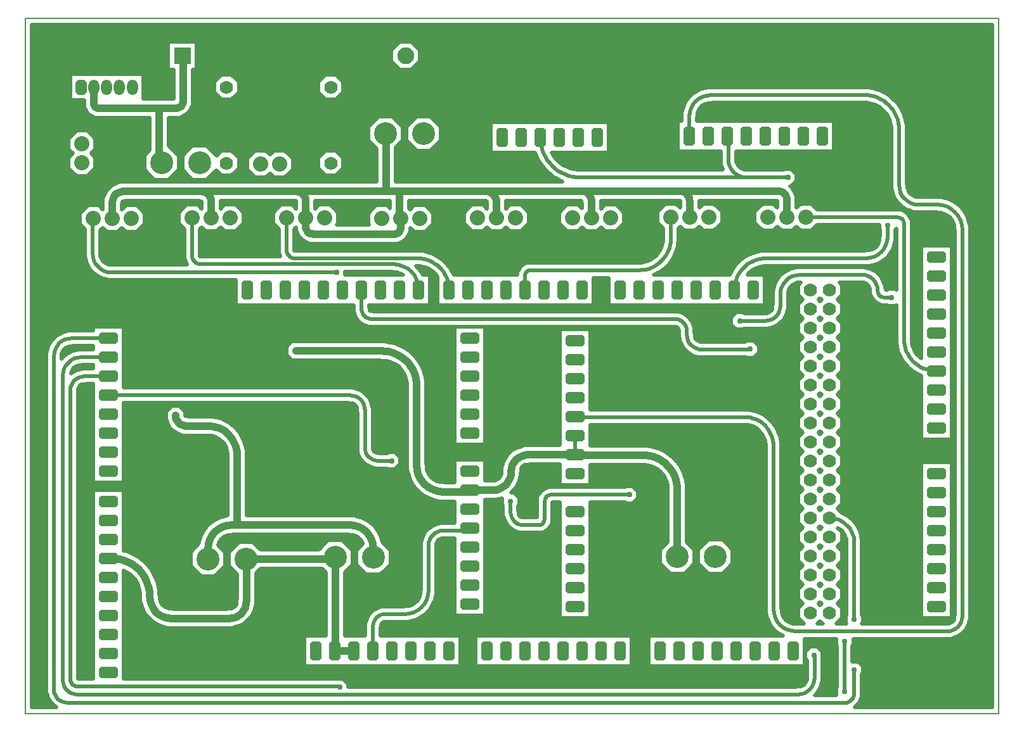
<source format=gbr>
G04 PROTEUS GERBER X2 FILE*
%TF.GenerationSoftware,Labcenter,Proteus,8.12-SP2-Build31155*%
%TF.CreationDate,2022-01-10T11:38:20+00:00*%
%TF.FileFunction,Copper,L1,Top*%
%TF.FilePolarity,Positive*%
%TF.Part,Single*%
%TF.SameCoordinates,{77801cfb-34c7-4bc7-9940-2a46c461fd0e}*%
%FSLAX45Y45*%
%MOMM*%
G01*
%TA.AperFunction,Conductor*%
%ADD10C,1.016000*%
%ADD11C,0.508000*%
%TA.AperFunction,ViaPad*%
%ADD12C,0.762000*%
%ADD13C,1.016000*%
%TA.AperFunction,ComponentPad*%
%ADD14C,1.778000*%
%AMDIL005*
4,1,8,
-0.762000,0.965200,-0.457200,1.270000,0.457200,1.270000,0.762000,0.965200,0.762000,-0.965200,
0.457200,-1.270000,-0.457200,-1.270000,-0.762000,-0.965200,-0.762000,0.965200,
0*%
%TA.AperFunction,ComponentPad*%
%ADD15DIL005*%
%AMDIL006*
4,1,8,
-1.270000,0.457200,-0.965200,0.762000,0.965200,0.762000,1.270000,0.457200,1.270000,-0.457200,
0.965200,-0.762000,-0.965200,-0.762000,-1.270000,-0.457200,-1.270000,0.457200,
0*%
%TA.AperFunction,ComponentPad*%
%ADD16DIL006*%
%TA.AperFunction,ComponentPad*%
%ADD17C,2.032000*%
%TA.AperFunction,ComponentPad*%
%ADD18C,3.048000*%
%AMDIL009*
4,1,8,
-0.725000,0.710000,-0.435000,1.000000,0.435000,1.000000,0.725000,0.710000,0.725000,-0.710000,
0.435000,-1.000000,-0.435000,-1.000000,-0.725000,-0.710000,-0.725000,0.710000,
0*%
%TA.AperFunction,WasherPad*%
%ADD19DIL009*%
%AMPPAD010*
4,1,34,
0.000010,1.000000,
0.148250,0.985570,
0.285330,0.944070,
0.408610,0.878130,
0.515430,0.790430,
0.603130,0.683610,
0.669070,0.560330,
0.710570,0.423250,
0.725000,0.275010,
0.725000,-0.275010,
0.710570,-0.423250,
0.669070,-0.560330,
0.603130,-0.683610,
0.515430,-0.790430,
0.408610,-0.878130,
0.285330,-0.944070,
0.148250,-0.985570,
-0.000010,-1.000000,
-0.148250,-0.985570,
-0.285330,-0.944070,
-0.408610,-0.878130,
-0.515430,-0.790430,
-0.603130,-0.683610,
-0.669070,-0.560330,
-0.710570,-0.423250,
-0.725000,-0.275010,
-0.725000,0.275010,
-0.710570,0.423250,
-0.669070,0.560330,
-0.603130,0.683610,
-0.515430,0.790430,
-0.408610,0.878130,
-0.285330,0.944070,
-0.148250,0.985570,
0.000010,1.000000,
0*%
%ADD70PPAD010*%
%TA.AperFunction,WasherPad*%
%ADD71R,2.250000X2.250000*%
%TA.AperFunction,ComponentPad*%
%ADD20C,2.250000*%
%TA.AperFunction,Profile*%
%ADD21C,0.203200*%
%TD.AperFunction*%
G36*
X+7743640Y-3613640D02*
X+5904584Y-3613640D01*
X+5909962Y-3609225D01*
X+5936757Y-3587225D01*
X+5965108Y-3552694D01*
X+5969826Y-3543873D01*
X+5975782Y-3532735D01*
X+5986340Y-3512994D01*
X+5999573Y-3469287D01*
X+6003600Y-3465063D01*
X+6003600Y-3174238D01*
X+6016300Y-3161538D01*
X+6016300Y-3066850D01*
X+5949345Y-2999895D01*
X+5874109Y-2999895D01*
X+5874109Y-2795729D01*
X+5886809Y-2783029D01*
X+5886809Y-2700298D01*
X+6128918Y-2700297D01*
X+7178072Y-2700298D01*
X+7198424Y-2694701D01*
X+7257042Y-2676953D01*
X+7310153Y-2648549D01*
X+7317888Y-2642199D01*
X+7356305Y-2610657D01*
X+7363166Y-2602300D01*
X+7394197Y-2564505D01*
X+7400215Y-2553251D01*
X+7422601Y-2511394D01*
X+7440349Y-2452776D01*
X+7445946Y-2432424D01*
X+7445946Y+2811118D01*
X+7437784Y+2857838D01*
X+7434874Y+2867451D01*
X+7412650Y+2940854D01*
X+7372517Y+3015896D01*
X+7319021Y+3081051D01*
X+7253865Y+3134547D01*
X+7178819Y+3174681D01*
X+7095810Y+3199815D01*
X+7049087Y+3207977D01*
X+6810963Y+3207977D01*
X+6732057Y+3212385D01*
X+6702117Y+3221450D01*
X+6674075Y+3236447D01*
X+6649910Y+3256288D01*
X+6630069Y+3280453D01*
X+6615072Y+3308495D01*
X+6606007Y+3338435D01*
X+6601599Y+3417341D01*
X+6601599Y+4142084D01*
X+6598840Y+4159246D01*
X+6590330Y+4216875D01*
X+6585739Y+4235229D01*
X+6576414Y+4272516D01*
X+6557340Y+4325811D01*
X+6533353Y+4376475D01*
X+6504741Y+4424157D01*
X+6471749Y+4468599D01*
X+6434673Y+4509493D01*
X+6393776Y+4546572D01*
X+6349340Y+4579556D01*
X+6345066Y+4582121D01*
X+6301661Y+4608168D01*
X+6250995Y+4632156D01*
X+6197700Y+4651230D01*
X+6142063Y+4665145D01*
X+6084438Y+4673655D01*
X+6067268Y+4676415D01*
X+3948671Y+4676415D01*
X+3911477Y+4669180D01*
X+3901864Y+4666270D01*
X+3837274Y+4646714D01*
X+3770147Y+4610813D01*
X+3762415Y+4604465D01*
X+3711859Y+4562956D01*
X+3664003Y+4504669D01*
X+3659283Y+4495844D01*
X+3628102Y+4437542D01*
X+3605636Y+4363339D01*
X+3598401Y+4326145D01*
X+3598401Y+4223199D01*
X+3547601Y+4223199D01*
X+3547601Y+3816801D01*
X+4118170Y+3816801D01*
X+4118170Y+3673901D01*
X+4124498Y+3646022D01*
X+4144355Y+3580442D01*
X+4148650Y+3572410D01*
X+2293273Y+3572410D01*
X+2204204Y+3574898D01*
X+2160734Y+3581317D01*
X+2118324Y+3591925D01*
X+2077933Y+3606381D01*
X+2039734Y+3624466D01*
X+2003854Y+3645996D01*
X+1970474Y+3670773D01*
X+1939786Y+3698597D01*
X+1911962Y+3729285D01*
X+1887185Y+3762665D01*
X+1865655Y+3798545D01*
X+1861746Y+3806801D01*
X+2626399Y+3806801D01*
X+2626399Y+4213199D01*
X+1051601Y+4213199D01*
X+1051601Y+3806801D01*
X+1642467Y+3806801D01*
X+1659625Y+3758858D01*
X+1686282Y+3702554D01*
X+1718082Y+3649562D01*
X+1721052Y+3645560D01*
X+1754727Y+3600192D01*
X+1795932Y+3554743D01*
X+1841381Y+3513538D01*
X+1890751Y+3476893D01*
X+1895026Y+3474327D01*
X+1943743Y+3445093D01*
X+2000047Y+3418436D01*
X+2004062Y+3416999D01*
X-223001Y+3416999D01*
X-223001Y+3873711D01*
X-131401Y+3965311D01*
X-131401Y+4154689D01*
X-265311Y+4288599D01*
X-454689Y+4288599D01*
X-588599Y+4154689D01*
X-588599Y+3965311D01*
X-476999Y+3853711D01*
X-476999Y+3416999D01*
X-1652605Y+3416999D01*
X-1657857Y+3411747D01*
X-2183114Y+3411746D01*
X-2765509Y+3411747D01*
X-3914086Y+3411747D01*
X-3920178Y+3405655D01*
X-3966389Y+3391664D01*
X-4012728Y+3366881D01*
X-4053037Y+3333785D01*
X-4086133Y+3293476D01*
X-4110916Y+3247137D01*
X-4124907Y+3200926D01*
X-4130999Y+3194834D01*
X-4130999Y+3044447D01*
X-4131000Y+3044446D01*
X-4184353Y+3097799D01*
X-4331647Y+3097799D01*
X-4435799Y+2993647D01*
X-4435799Y+2846353D01*
X-4371599Y+2782153D01*
X-4371599Y+2417916D01*
X-4365007Y+2387322D01*
X-4344389Y+2319229D01*
X-4311429Y+2257601D01*
X-4267479Y+2204071D01*
X-4213947Y+2160119D01*
X-4152321Y+2127161D01*
X-4084228Y+2106543D01*
X-4053634Y+2099951D01*
X-2352799Y+2099951D01*
X-2352799Y+1759801D01*
X-777999Y+1759801D01*
X-777999Y+1664316D01*
X-773872Y+1660189D01*
X-760975Y+1617598D01*
X-740026Y+1578425D01*
X-712049Y+1544351D01*
X-677975Y+1516374D01*
X-638802Y+1495425D01*
X-596211Y+1482528D01*
X-592084Y+1478401D01*
X+3456752Y+1478401D01*
X+3515055Y+1475912D01*
X+3525126Y+1472863D01*
X+3535684Y+1467216D01*
X+3544698Y+1459815D01*
X+3552099Y+1450801D01*
X+3557746Y+1440243D01*
X+3560795Y+1430172D01*
X+3563284Y+1371869D01*
X+3563284Y+1332489D01*
X+3568848Y+1312470D01*
X+3572720Y+1299682D01*
X+3586504Y+1254154D01*
X+3614765Y+1201312D01*
X+3652458Y+1155404D01*
X+3698366Y+1117711D01*
X+3751208Y+1089450D01*
X+3809524Y+1071794D01*
X+3829543Y+1066230D01*
X+4461351Y+1066230D01*
X+4464206Y+1063375D01*
X+4558894Y+1063375D01*
X+4625849Y+1130330D01*
X+4625849Y+1225018D01*
X+4558894Y+1291973D01*
X+4464206Y+1291973D01*
X+4441661Y+1269428D01*
X+3913711Y+1269428D01*
X+3847276Y+1272670D01*
X+3829316Y+1278107D01*
X+3811845Y+1287451D01*
X+3796832Y+1299778D01*
X+3784505Y+1314791D01*
X+3775161Y+1332262D01*
X+3769724Y+1350222D01*
X+3766482Y+1416657D01*
X+3766482Y+1456037D01*
X+3761728Y+1467732D01*
X+3758818Y+1477345D01*
X+3746401Y+1518358D01*
X+3721845Y+1564272D01*
X+3715494Y+1572008D01*
X+3689072Y+1604189D01*
X+3649155Y+1636962D01*
X+3640334Y+1641680D01*
X+3603241Y+1661518D01*
X+3552615Y+1676845D01*
X+3540920Y+1681599D01*
X-507916Y+1681599D01*
X-558336Y+1683367D01*
X-560688Y+1684079D01*
X-564501Y+1686119D01*
X-567675Y+1688725D01*
X-570281Y+1691899D01*
X-572321Y+1695712D01*
X-573033Y+1698064D01*
X-574801Y+1748484D01*
X-574801Y+1759801D01*
X+237999Y+1759801D01*
X+237999Y+2166199D01*
X+138387Y+2166199D01*
X+112171Y+2215217D01*
X+57526Y+2281772D01*
X+52018Y+2286295D01*
X+101700Y+2285056D01*
X+133637Y+2280340D01*
X+165073Y+2272477D01*
X+194953Y+2261784D01*
X+223210Y+2248405D01*
X+249731Y+2232491D01*
X+274374Y+2214199D01*
X+297057Y+2193633D01*
X+317603Y+2170971D01*
X+335913Y+2146304D01*
X+339601Y+2140158D01*
X+339601Y+1759801D01*
X+2422399Y+1759801D01*
X+2422399Y+2129486D01*
X+2625601Y+2129486D01*
X+2625601Y+1759801D01*
X+4708399Y+1759801D01*
X+4708399Y+2166199D01*
X+4472500Y+2166199D01*
X+4476708Y+2171868D01*
X+4497357Y+2194643D01*
X+4520134Y+2215294D01*
X+4544892Y+2233671D01*
X+4571524Y+2249653D01*
X+4599903Y+2263089D01*
X+4629920Y+2273832D01*
X+4661482Y+2281726D01*
X+4693574Y+2286464D01*
X+4771084Y+2288401D01*
X+6103512Y+2288401D01*
X+6139826Y+2295551D01*
X+6213220Y+2317772D01*
X+6279605Y+2353275D01*
X+6337262Y+2400614D01*
X+6384601Y+2458271D01*
X+6420104Y+2524656D01*
X+6442325Y+2598050D01*
X+6449475Y+2634364D01*
X+6449475Y+2773316D01*
X+6462030Y+2785871D01*
X+6462030Y+1968216D01*
X+6449126Y+1981120D01*
X+6354438Y+1981120D01*
X+6342029Y+1968711D01*
X+6318631Y+1970724D01*
X+6316327Y+1997510D01*
X+6310608Y+2019132D01*
X+6292502Y+2078928D01*
X+6263532Y+2133096D01*
X+6224889Y+2180161D01*
X+6177824Y+2218804D01*
X+6123658Y+2247773D01*
X+6063856Y+2265879D01*
X+6042238Y+2271599D01*
X+5137916Y+2271599D01*
X+5106022Y+2264880D01*
X+5036728Y+2243898D01*
X+5027870Y+2239161D01*
X+5007595Y+2228317D01*
X+4974020Y+2210361D01*
X+4966284Y+2204010D01*
X+4919551Y+2165640D01*
X+4874836Y+2111177D01*
X+4870116Y+2102353D01*
X+4841295Y+2048466D01*
X+4820313Y+1979164D01*
X+4813594Y+1947277D01*
X+4813594Y+1800611D01*
X+4810352Y+1734174D01*
X+4804915Y+1716216D01*
X+4795571Y+1698744D01*
X+4783243Y+1683730D01*
X+4768233Y+1671406D01*
X+4750759Y+1662060D01*
X+4732799Y+1656623D01*
X+4666364Y+1653381D01*
X+4433764Y+1653381D01*
X+4421064Y+1666081D01*
X+4326376Y+1666081D01*
X+4259421Y+1599126D01*
X+4259421Y+1504438D01*
X+4326376Y+1437483D01*
X+4421064Y+1437483D01*
X+4433764Y+1450183D01*
X+4750532Y+1450183D01*
X+4770551Y+1455747D01*
X+4783339Y+1459619D01*
X+4828867Y+1473403D01*
X+4881706Y+1501663D01*
X+4927619Y+1539359D01*
X+4933953Y+1547073D01*
X+4965311Y+1585265D01*
X+4993571Y+1638105D01*
X+5011228Y+1696425D01*
X+5016792Y+1716443D01*
X+5016792Y+1863109D01*
X+5021123Y+1941199D01*
X+5029949Y+1970353D01*
X+5044575Y+1997697D01*
X+5063927Y+2021268D01*
X+5087491Y+2040615D01*
X+5114840Y+2055242D01*
X+5143998Y+2064070D01*
X+5188027Y+2066512D01*
X+5152901Y+2031386D01*
X+5152901Y+1894614D01*
X+5211515Y+1836000D01*
X+5152901Y+1777386D01*
X+5152901Y+1640614D01*
X+5211515Y+1582000D01*
X+5152901Y+1523386D01*
X+5152901Y+1386614D01*
X+5211515Y+1328000D01*
X+5152901Y+1269386D01*
X+5152901Y+1132614D01*
X+5211515Y+1074000D01*
X+5152901Y+1015386D01*
X+5152901Y+878614D01*
X+5211515Y+820000D01*
X+5152901Y+761386D01*
X+5152901Y+624614D01*
X+5211515Y+566000D01*
X+5152901Y+507386D01*
X+5152901Y+370614D01*
X+5211515Y+312000D01*
X+5152901Y+253386D01*
X+5152901Y+116614D01*
X+5211515Y+58000D01*
X+5152901Y-614D01*
X+5152901Y-137386D01*
X+5211515Y-196000D01*
X+5152901Y-254614D01*
X+5152901Y-391386D01*
X+5211515Y-450000D01*
X+5152901Y-508614D01*
X+5152901Y-645386D01*
X+5211515Y-704000D01*
X+5152901Y-762614D01*
X+5152901Y-899386D01*
X+5211515Y-958000D01*
X+5152901Y-1016614D01*
X+5152901Y-1153386D01*
X+5211515Y-1212000D01*
X+5152901Y-1270614D01*
X+5152901Y-1407386D01*
X+5211515Y-1466000D01*
X+5152901Y-1524614D01*
X+5152901Y-1661386D01*
X+5211515Y-1720000D01*
X+5152901Y-1778614D01*
X+5152901Y-1915386D01*
X+5211515Y-1974000D01*
X+5152901Y-2032614D01*
X+5152901Y-2169386D01*
X+5211515Y-2228000D01*
X+5152901Y-2286614D01*
X+5152901Y-2423386D01*
X+5226615Y-2497100D01*
X+5163932Y-2497100D01*
X+5079229Y-2492146D01*
X+5043760Y-2481407D01*
X+5010826Y-2463794D01*
X+4982421Y-2440472D01*
X+4959098Y-2412065D01*
X+4941483Y-2379129D01*
X+4930745Y-2343662D01*
X+4925791Y-2258959D01*
X+4925790Y-1214598D01*
X+4925791Y-86068D01*
X+4923424Y-76998D01*
X+4922696Y-72065D01*
X+4916073Y-27210D01*
X+4904045Y+20881D01*
X+4886702Y+69339D01*
X+4883164Y+75955D01*
X+4842353Y+152263D01*
X+4781657Y+226188D01*
X+4707732Y+286884D01*
X+4624808Y+331233D01*
X+4617743Y+333762D01*
X+4576350Y+348576D01*
X+4570520Y+350034D01*
X+4528267Y+360602D01*
X+4478465Y+367957D01*
X+4469401Y+370322D01*
X+2373199Y+370322D01*
X+2373199Y+1437399D01*
X+1966801Y+1437399D01*
X+1966801Y-112001D01*
X+1488395Y-112001D01*
X+1471027Y-118210D01*
X+1459009Y-121848D01*
X+1405209Y-138138D01*
X+1394131Y-144062D01*
X+1345522Y-170059D01*
X+1293650Y-212648D01*
X+1251058Y-264522D01*
X+1241654Y-282105D01*
X+1219139Y-324206D01*
X+1199210Y-390027D01*
X+1193001Y-407395D01*
X+1189088Y-488948D01*
X+1182726Y-509960D01*
X+1171718Y-530543D01*
X+1157211Y-548211D01*
X+1139543Y-562718D01*
X+1118960Y-573726D01*
X+1097948Y-580088D01*
X+1016395Y-584001D01*
X+973199Y-584001D01*
X+973199Y-304601D01*
X+566801Y-304601D01*
X+566801Y-605059D01*
X+469507Y-605059D01*
X+366349Y-599124D01*
X+324596Y-586482D01*
X+285726Y-565694D01*
X+252202Y-538169D01*
X+224678Y-504646D01*
X+203890Y-465776D01*
X+191248Y-424021D01*
X+185313Y-320865D01*
X+185313Y+734977D01*
X+182497Y+743407D01*
X+181586Y+749579D01*
X+173722Y+802832D01*
X+159357Y+860264D01*
X+157249Y+866156D01*
X+139664Y+915293D01*
X+114883Y+967636D01*
X+85313Y+1016915D01*
X+51224Y+1062836D01*
X+47041Y+1067451D01*
X+12897Y+1105111D01*
X-29376Y+1143437D01*
X-75300Y+1177526D01*
X-124579Y+1207097D01*
X-176921Y+1231878D01*
X-209984Y+1243710D01*
X-231953Y+1251573D01*
X-289370Y+1265934D01*
X-295569Y+1266850D01*
X-348806Y+1274711D01*
X-357238Y+1277528D01*
X-1607938Y+1277528D01*
X-1682332Y+1203134D01*
X-1682332Y+1097924D01*
X-1607938Y+1023530D01*
X-462448Y+1023530D01*
X-372305Y+1021430D01*
X-338866Y+1016493D01*
X-305749Y+1008209D01*
X-274277Y+996946D01*
X-244566Y+982879D01*
X-216680Y+966146D01*
X-190756Y+946903D01*
X-166921Y+925293D01*
X-145314Y+901460D01*
X-126068Y+875534D01*
X-109333Y+847645D01*
X-95268Y+817937D01*
X-84003Y+786461D01*
X-75724Y+753356D01*
X-70784Y+719905D01*
X-68685Y+629767D01*
X-68685Y-426075D01*
X-59736Y-471582D01*
X-56101Y-483590D01*
X-31934Y-563411D01*
X-26010Y-574488D01*
X+12500Y-646493D01*
X+71734Y-718637D01*
X+143878Y-777871D01*
X+226963Y-822305D01*
X+318790Y-850108D01*
X+364297Y-859057D01*
X+566801Y-859057D01*
X+566801Y-1148420D01*
X+374818Y-1148420D01*
X+356341Y-1153834D01*
X+346728Y-1156744D01*
X+299447Y-1171059D01*
X+290587Y-1175797D01*
X+247889Y-1198632D01*
X+240154Y-1204982D01*
X+203085Y-1235417D01*
X+194334Y-1246075D01*
X+166300Y-1280221D01*
X+138727Y-1331779D01*
X+121502Y-1388673D01*
X+116088Y-1407150D01*
X+116088Y-2004798D01*
X+110733Y-2093751D01*
X+98767Y-2133273D01*
X+79239Y-2169786D01*
X+53363Y-2201303D01*
X+21846Y-2227179D01*
X-14667Y-2246707D01*
X-54189Y-2258673D01*
X-143142Y-2264028D01*
X-402123Y-2264028D01*
X-413393Y-2268740D01*
X-463622Y-2283948D01*
X-472482Y-2288686D01*
X-509184Y-2308315D01*
X-548791Y-2340834D01*
X-581313Y-2380444D01*
X-586031Y-2389265D01*
X-605679Y-2426003D01*
X-620887Y-2476234D01*
X-625599Y-2487504D01*
X-625599Y-2659801D01*
X-903001Y-2659801D01*
X-903001Y-1806289D01*
X-801401Y-1704689D01*
X-801401Y-1515311D01*
X-935311Y-1381401D01*
X-1124689Y-1381401D01*
X-1246289Y-1503001D01*
X-2025711Y-1503001D01*
X-2127311Y-1401401D01*
X-2316689Y-1401401D01*
X-2450599Y-1535311D01*
X-2450599Y-1724689D01*
X-2339744Y-1835544D01*
X-2339744Y-2133728D01*
X-2343436Y-2212891D01*
X-2349099Y-2231595D01*
X-2359022Y-2250148D01*
X-2372082Y-2266055D01*
X-2387989Y-2279115D01*
X-2406542Y-2289038D01*
X-2425246Y-2294701D01*
X-2504409Y-2298393D01*
X-3156218Y-2298393D01*
X-3247358Y-2293586D01*
X-3277603Y-2284429D01*
X-3306323Y-2269069D01*
X-3331034Y-2248779D01*
X-3351324Y-2224068D01*
X-3366684Y-2195348D01*
X-3375841Y-2165103D01*
X-3380648Y-2073963D01*
X-3383631Y-2062098D01*
X-3392897Y-1999351D01*
X-3408058Y-1938741D01*
X-3410168Y-1932844D01*
X-3428849Y-1880644D01*
X-3431527Y-1874987D01*
X-3454991Y-1825426D01*
X-3486196Y-1773424D01*
X-3522170Y-1724962D01*
X-3526349Y-1720352D01*
X-3562607Y-1680360D01*
X-3567215Y-1676182D01*
X-3579158Y-1665355D01*
X-3607209Y-1639923D01*
X-3612204Y-1636215D01*
X-3655671Y-1603949D01*
X-3707673Y-1572744D01*
X-3762891Y-1546602D01*
X-3820988Y-1525811D01*
X-3827066Y-1524290D01*
X-3852801Y-1517853D01*
X-3852801Y-711001D01*
X-4259199Y-711001D01*
X-4259199Y-3231733D01*
X-4425091Y-3231733D01*
X-4464070Y-3230619D01*
X-4465184Y-3191640D01*
X-4465184Y+579015D01*
X-4462219Y+642477D01*
X-4457651Y+657564D01*
X-4449653Y+672518D01*
X-4439125Y+685341D01*
X-4426301Y+695870D01*
X-4411347Y+703868D01*
X-4396260Y+708436D01*
X-4332798Y+711401D01*
X-4259199Y+711401D01*
X-4259199Y-609399D01*
X-3852801Y-609399D01*
X-3852801Y+457401D01*
X-881084Y+457401D01*
X-814196Y+454117D01*
X-795805Y+448549D01*
X-777946Y+438998D01*
X-762601Y+426399D01*
X-750002Y+411054D01*
X-740451Y+393195D01*
X-734883Y+374804D01*
X-731599Y+307916D01*
X-731598Y+103407D01*
X-731599Y-185271D01*
X-726675Y-198721D01*
X-710857Y-250960D01*
X-685522Y-298332D01*
X-678662Y-306687D01*
X-651715Y-339509D01*
X-643997Y-345846D01*
X-610538Y-373316D01*
X-563166Y-398651D01*
X-510927Y-414469D01*
X-497477Y-419393D01*
X-334897Y-419393D01*
X-322197Y-432093D01*
X-227509Y-432093D01*
X-160554Y-365138D01*
X-160554Y-270450D01*
X-227509Y-203495D01*
X-322197Y-203495D01*
X-334897Y-216195D01*
X-413309Y-216195D01*
X-473315Y-213549D01*
X-485054Y-209995D01*
X-497065Y-203571D01*
X-507341Y-195135D01*
X-515777Y-184859D01*
X-522201Y-172848D01*
X-525755Y-161109D01*
X-528401Y-101103D01*
X-528402Y+103407D01*
X-528401Y+392084D01*
X-534010Y+412563D01*
X-551797Y+471311D01*
X-580259Y+524529D01*
X-618227Y+570773D01*
X-664471Y+608741D01*
X-717689Y+637203D01*
X-727659Y+640222D01*
X-776437Y+654990D01*
X-796916Y+660599D01*
X-3852801Y+660599D01*
X-3852801Y+1473399D01*
X-4259199Y+1473399D01*
X-4259199Y+1422599D01*
X-4586299Y+1422599D01*
X-4613469Y+1416340D01*
X-4678392Y+1396682D01*
X-4687252Y+1391944D01*
X-4737176Y+1365245D01*
X-4788239Y+1323319D01*
X-4830165Y+1272256D01*
X-4861602Y+1213472D01*
X-4881260Y+1148549D01*
X-4887519Y+1121379D01*
X-4887519Y-3415259D01*
X-4882501Y-3429668D01*
X-4866415Y-3482795D01*
X-4840653Y-3530962D01*
X-4828385Y-3545905D01*
X-4806281Y-3572826D01*
X-4798561Y-3579165D01*
X-4764410Y-3607204D01*
X-4752377Y-3613640D01*
X-5083640Y-3613640D01*
X-5083640Y+5513640D01*
X+7743640Y+5513640D01*
X+7743640Y-3613640D01*
G37*
%LPC*%
G36*
X+973199Y+1168601D02*
X+973199Y-101399D01*
X+566801Y-101399D01*
X+566801Y+1473399D01*
X+973199Y+1473399D01*
X+973199Y+1168601D01*
G37*
G36*
X-3033001Y+342605D02*
X-3031101Y+283116D01*
X-3030207Y+281444D01*
X-3029001Y+279975D01*
X-3027532Y+278769D01*
X-3025860Y+277875D01*
X-2966371Y+275975D01*
X-2680071Y+275975D01*
X-2677316Y+273220D01*
X-2627645Y+265885D01*
X-2621571Y+264366D01*
X-2577522Y+253349D01*
X-2526520Y+235096D01*
X-2518243Y+230670D01*
X-2440442Y+189061D01*
X-2363274Y+125702D01*
X-2299915Y+48534D01*
X-2253880Y-37544D01*
X-2235627Y-88546D01*
X-2223091Y-138669D01*
X-2215756Y-188340D01*
X-2213001Y-191095D01*
X-2213001Y-1049433D01*
X-782665Y-1049433D01*
X-746427Y-1057479D01*
X-734414Y-1061116D01*
X-663159Y-1082690D01*
X-587791Y-1122999D01*
X-522322Y-1176751D01*
X-514401Y-1186398D01*
X-468566Y-1242223D01*
X-428258Y-1317593D01*
X-403047Y-1400859D01*
X-401675Y-1407037D01*
X-293401Y-1515311D01*
X-293401Y-1704689D01*
X-427311Y-1838599D01*
X-616689Y-1838599D01*
X-750599Y-1704689D01*
X-750599Y-1515311D01*
X-660927Y-1425639D01*
X-664078Y-1415234D01*
X-680749Y-1384062D01*
X-702787Y-1357221D01*
X-729630Y-1335181D01*
X-760803Y-1318510D01*
X-793833Y-1308509D01*
X-887875Y-1303431D01*
X-2357859Y-1303431D01*
X-2453160Y-1308627D01*
X-2487396Y-1318993D01*
X-2519634Y-1336234D01*
X-2547400Y-1359032D01*
X-2570198Y-1386798D01*
X-2587439Y-1419036D01*
X-2594466Y-1442246D01*
X-2501401Y-1535311D01*
X-2501401Y-1724689D01*
X-2635311Y-1858599D01*
X-2824689Y-1858599D01*
X-2958599Y-1724689D01*
X-2958599Y-1535311D01*
X-2854311Y-1431023D01*
X-2848827Y-1405842D01*
X-2845191Y-1393831D01*
X-2823258Y-1321391D01*
X-2782381Y-1244958D01*
X-2727868Y-1178564D01*
X-2661474Y-1124051D01*
X-2585041Y-1083174D01*
X-2500590Y-1057605D01*
X-2466999Y-1050289D01*
X-2466999Y-296305D01*
X-2468730Y-213920D01*
X-2472535Y-188152D01*
X-2478992Y-162336D01*
X-2486707Y-140780D01*
X-2512093Y-93312D01*
X-2543742Y-54766D01*
X-2582288Y-23117D01*
X-2629756Y+2269D01*
X-2651312Y+9984D01*
X-2677128Y+16441D01*
X-2702896Y+20246D01*
X-2785281Y+21977D01*
X-3071581Y+21977D01*
X-3077763Y+28159D01*
X-3084614Y+30233D01*
X-3123293Y+41944D01*
X-3169380Y+66592D01*
X-3209469Y+99507D01*
X-3242384Y+139596D01*
X-3267032Y+185683D01*
X-3280817Y+231213D01*
X-3286999Y+237395D01*
X-3286999Y+342605D01*
X-3212605Y+416999D01*
X-3107395Y+416999D01*
X-3033001Y+342605D01*
G37*
G36*
X-80599Y+3965311D02*
X-80599Y+4154689D01*
X+53311Y+4288599D01*
X+242689Y+4288599D01*
X+376599Y+4154689D01*
X+376599Y+3965311D01*
X+242689Y+3831401D01*
X+53311Y+3831401D01*
X-80599Y+3965311D01*
G37*
G36*
X-2881301Y+4911301D02*
X-2933001Y+4911301D01*
X-2933001Y+4437395D01*
X-2947269Y+4404888D01*
X-2994680Y+4333880D01*
X-3065688Y+4286469D01*
X-3098195Y+4272201D01*
X-3253001Y+4272201D01*
X-3253001Y+3896289D01*
X-3121401Y+3764689D01*
X-3121401Y+3575311D01*
X-3255311Y+3441401D01*
X-3444689Y+3441401D01*
X-3578599Y+3575311D01*
X-3578599Y+3764689D01*
X-3506999Y+3836289D01*
X-3506999Y+4272201D01*
X-4251805Y+4272201D01*
X-4268571Y+4283382D01*
X-4326883Y+4322317D01*
X-4365818Y+4380629D01*
X-4376999Y+4397395D01*
X-4376999Y+4503801D01*
X-4568699Y+4503801D01*
X-4568699Y+4856199D01*
X-3591301Y+4856199D01*
X-3591301Y+4526199D01*
X-3203405Y+4526199D01*
X-3188108Y+4527308D01*
X-3186999Y+4542605D01*
X-3186999Y+4911301D01*
X-3258699Y+4911301D01*
X-3258699Y+5288699D01*
X-2881301Y+5288699D01*
X-2881301Y+4911301D01*
G37*
G36*
X-4232201Y+3993647D02*
X-4232201Y+3846353D01*
X-4285554Y+3793000D01*
X-4232201Y+3739647D01*
X-4232201Y+3592353D01*
X-4336353Y+3488201D01*
X-4483647Y+3488201D01*
X-4587799Y+3592353D01*
X-4587799Y+3739647D01*
X-4534446Y+3793000D01*
X-4587799Y+3846353D01*
X-4587799Y+3993647D01*
X-4483647Y+4097799D01*
X-4336353Y+4097799D01*
X-4232201Y+3993647D01*
G37*
G36*
X-278699Y+5021838D02*
X-278699Y+5178162D01*
X-168162Y+5288699D01*
X-11838Y+5288699D01*
X+98699Y+5178162D01*
X+98699Y+5021838D01*
X-11838Y+4911301D01*
X-168162Y+4911301D01*
X-278699Y+5021838D01*
G37*
G36*
X-1598201Y+3723647D02*
X-1598201Y+3576353D01*
X-1702353Y+3472201D01*
X-1849647Y+3472201D01*
X-1903000Y+3525554D01*
X-1956353Y+3472201D01*
X-2103647Y+3472201D01*
X-2207799Y+3576353D01*
X-2207799Y+3723647D01*
X-2103647Y+3827799D01*
X-1956353Y+3827799D01*
X-1903000Y+3774446D01*
X-1849647Y+3827799D01*
X-1702353Y+3827799D01*
X-1598201Y+3723647D01*
G37*
G36*
X-2613401Y+3764689D02*
X-2613401Y+3764084D01*
X-2548386Y+3829099D01*
X-2411614Y+3829099D01*
X-2314901Y+3732386D01*
X-2314901Y+3595614D01*
X-2411614Y+3498901D01*
X-2548386Y+3498901D01*
X-2619098Y+3569614D01*
X-2747311Y+3441401D01*
X-2936689Y+3441401D01*
X-3070599Y+3575311D01*
X-3070599Y+3764689D01*
X-2936689Y+3898599D01*
X-2747311Y+3898599D01*
X-2613401Y+3764689D01*
G37*
G36*
X-2411614Y+4514901D02*
X-2548386Y+4514901D01*
X-2645099Y+4611614D01*
X-2645099Y+4748386D01*
X-2548386Y+4845099D01*
X-2411614Y+4845099D01*
X-2314901Y+4748386D01*
X-2314901Y+4611614D01*
X-2411614Y+4514901D01*
G37*
G36*
X-1158386Y+4845099D02*
X-1021614Y+4845099D01*
X-924901Y+4748386D01*
X-924901Y+4611614D01*
X-1021614Y+4514901D01*
X-1158386Y+4514901D01*
X-1255099Y+4611614D01*
X-1255099Y+4748386D01*
X-1158386Y+4845099D01*
G37*
G36*
X-1158386Y+3829099D02*
X-1021614Y+3829099D01*
X-924901Y+3732386D01*
X-924901Y+3595614D01*
X-1021614Y+3498901D01*
X-1158386Y+3498901D01*
X-1255099Y+3595614D01*
X-1255099Y+3732386D01*
X-1158386Y+3829099D01*
G37*
%LPD*%
G36*
X+4874610Y+3161750D02*
X+4875861Y+3116689D01*
X+4875861Y+3065585D01*
X+4823647Y+3117799D01*
X+4676353Y+3117799D01*
X+4572201Y+3013647D01*
X+4572201Y+2866353D01*
X+4676353Y+2762201D01*
X+4823647Y+2762201D01*
X+4877000Y+2815554D01*
X+4930353Y+2762201D01*
X+5077647Y+2762201D01*
X+5131000Y+2815554D01*
X+5184353Y+2762201D01*
X+5331647Y+2762201D01*
X+5407847Y+2838401D01*
X+6233577Y+2838401D01*
X+6233577Y+2786016D01*
X+6246277Y+2773316D01*
X+6246277Y+2718532D01*
X+6241536Y+2636086D01*
X+6231450Y+2602774D01*
X+6214854Y+2571742D01*
X+6192888Y+2544988D01*
X+6166134Y+2523022D01*
X+6135102Y+2506426D01*
X+6101790Y+2496340D01*
X+6019344Y+2491599D01*
X+4686916Y+2491599D01*
X+4674720Y+2489081D01*
X+4621903Y+2481283D01*
X+4570883Y+2468521D01*
X+4521998Y+2451026D01*
X+4475539Y+2429029D01*
X+4431792Y+2402777D01*
X+4391021Y+2372512D01*
X+4387335Y+2369171D01*
X+4353503Y+2338497D01*
X+4319485Y+2300976D01*
X+4316517Y+2296978D01*
X+4289223Y+2260208D01*
X+4262972Y+2216462D01*
X+4240972Y+2169995D01*
X+4239613Y+2166199D01*
X+3220827Y+2166199D01*
X+3231185Y+2169906D01*
X+3277475Y+2191822D01*
X+3281762Y+2194394D01*
X+3321064Y+2217979D01*
X+3337639Y+2230282D01*
X+3361686Y+2248133D01*
X+3399066Y+2282023D01*
X+3432954Y+2319401D01*
X+3435923Y+2323400D01*
X+3463107Y+2360021D01*
X+3465672Y+2364295D01*
X+3489262Y+2403606D01*
X+3511176Y+2449892D01*
X+3512866Y+2454613D01*
X+3528608Y+2498600D01*
X+3529825Y+2503464D01*
X+3541322Y+2549427D01*
X+3549091Y+2602047D01*
X+3551599Y+2614039D01*
X+3551599Y+2790153D01*
X+3577000Y+2815554D01*
X+3630353Y+2762201D01*
X+3777647Y+2762201D01*
X+3831000Y+2815554D01*
X+3884353Y+2762201D01*
X+4031647Y+2762201D01*
X+4135799Y+2866353D01*
X+4135799Y+3013647D01*
X+4031647Y+3117799D01*
X+3884353Y+3117799D01*
X+3831000Y+3064446D01*
X+3830999Y+3064447D01*
X+3830999Y+3163001D01*
X+4829549Y+3163001D01*
X+4874610Y+3161750D01*
G37*
G36*
X-296998Y+3058444D02*
X-336353Y+3097799D01*
X-483647Y+3097799D01*
X-587799Y+2993647D01*
X-587799Y+2846353D01*
X-582333Y+2840887D01*
X-779486Y+2840886D01*
X-1009667Y+2840887D01*
X-994201Y+2856353D01*
X-994201Y+3003647D01*
X-1098353Y+3107799D01*
X-1245647Y+3107799D01*
X-1299000Y+3054446D01*
X-1299001Y+3054447D01*
X-1299001Y+3163001D01*
X-296999Y+3163001D01*
X-296998Y+3058444D01*
G37*
G36*
X+3467395Y+3163001D02*
X+3513487Y+3163001D01*
X+3572080Y+3161165D01*
X+3572893Y+3160731D01*
X+3573902Y+3159902D01*
X+3574731Y+3158893D01*
X+3575165Y+3158080D01*
X+3577001Y+3099487D01*
X+3577001Y+3064447D01*
X+3577000Y+3064446D01*
X+3523647Y+3117799D01*
X+3376353Y+3117799D01*
X+3272201Y+3013647D01*
X+3272201Y+2866353D01*
X+3348401Y+2790153D01*
X+3348401Y+2698207D01*
X+3346474Y+2620899D01*
X+3341765Y+2589009D01*
X+3333917Y+2557632D01*
X+3323240Y+2527798D01*
X+3309886Y+2499592D01*
X+3294001Y+2473121D01*
X+3275735Y+2448513D01*
X+3255211Y+2425876D01*
X+3232571Y+2405350D01*
X+3207960Y+2387081D01*
X+3181492Y+2371198D01*
X+3153291Y+2357847D01*
X+3123452Y+2347168D01*
X+3092077Y+2339320D01*
X+3060185Y+2334611D01*
X+2982878Y+2332684D01*
X+1527916Y+2332684D01*
X+1506098Y+2322091D01*
X+1452669Y+2286416D01*
X+1416994Y+2232987D01*
X+1406401Y+2211169D01*
X+1406401Y+2166199D01*
X+554296Y+2166199D01*
X+553135Y+2169444D01*
X+531197Y+2215779D01*
X+505010Y+2259419D01*
X+474840Y+2300062D01*
X+440903Y+2337495D01*
X+403492Y+2371413D01*
X+399487Y+2374386D01*
X+362823Y+2401601D01*
X+319195Y+2427781D01*
X+314676Y+2429921D01*
X+272860Y+2449719D01*
X+224099Y+2467169D01*
X+219238Y+2468385D01*
X+173233Y+2479892D01*
X+120549Y+2487673D01*
X+108500Y+2490183D01*
X-1519756Y+2490183D01*
X-1568542Y+2491803D01*
X-1569285Y+2492028D01*
X-1571696Y+2493317D01*
X-1573657Y+2494927D01*
X-1575267Y+2496888D01*
X-1576556Y+2499299D01*
X-1576781Y+2500042D01*
X-1578401Y+2548828D01*
X-1578401Y+2780153D01*
X-1553000Y+2805554D01*
X-1552999Y+2805553D01*
X-1552999Y+2765802D01*
X-1544617Y+2757420D01*
X-1535847Y+2728454D01*
X-1514520Y+2688577D01*
X-1486019Y+2653864D01*
X-1451309Y+2625368D01*
X-1438186Y+2618349D01*
X-1411432Y+2604038D01*
X-1382467Y+2595270D01*
X-1374086Y+2586889D01*
X-1268876Y+2586889D01*
X-779486Y+2586890D01*
X-184886Y+2586889D01*
X-156042Y+2600439D01*
X-87990Y+2645878D01*
X-73937Y+2666924D01*
X-42551Y+2713930D01*
X-29001Y+2742774D01*
X-29001Y+2795553D01*
X-29000Y+2795554D01*
X+24353Y+2742201D01*
X+171647Y+2742201D01*
X+275799Y+2846353D01*
X+275799Y+2993647D01*
X+171647Y+3097799D01*
X+24353Y+3097799D01*
X-29000Y+3044446D01*
X-43002Y+3058448D01*
X-43001Y+3163001D01*
X+917395Y+3163001D01*
X+979623Y+3160864D01*
X+981788Y+3160208D01*
X+985872Y+3158024D01*
X+989250Y+3155250D01*
X+992024Y+3151872D01*
X+994208Y+3147788D01*
X+994864Y+3145623D01*
X+997001Y+3083395D01*
X+997001Y+3054447D01*
X+997000Y+3054446D01*
X+943647Y+3107799D01*
X+796353Y+3107799D01*
X+692201Y+3003647D01*
X+692201Y+2856353D01*
X+796353Y+2752201D01*
X+943647Y+2752201D01*
X+997000Y+2805554D01*
X+1050353Y+2752201D01*
X+1197647Y+2752201D01*
X+1251000Y+2805554D01*
X+1304353Y+2752201D01*
X+1451647Y+2752201D01*
X+1555799Y+2856353D01*
X+1555799Y+3003647D01*
X+1451647Y+3107799D01*
X+1304353Y+3107799D01*
X+1251000Y+3054446D01*
X+1250999Y+3054447D01*
X+1250999Y+3163001D01*
X+2212580Y+3163001D01*
X+2261758Y+3161590D01*
X+2263170Y+3112411D01*
X+2263170Y+3058276D01*
X+2213647Y+3107799D01*
X+2066353Y+3107799D01*
X+1962201Y+3003647D01*
X+1962201Y+2856353D01*
X+2066353Y+2752201D01*
X+2213647Y+2752201D01*
X+2267000Y+2805554D01*
X+2320353Y+2752201D01*
X+2467647Y+2752201D01*
X+2521000Y+2805554D01*
X+2574353Y+2752201D01*
X+2721647Y+2752201D01*
X+2825799Y+2856353D01*
X+2825799Y+3003647D01*
X+2721647Y+3107799D01*
X+2574353Y+3107799D01*
X+2521000Y+3054446D01*
X+2517166Y+3058280D01*
X+2517166Y+3112411D01*
X+2517167Y+3112412D01*
X+2517167Y+3163001D01*
X+2892592Y+3163002D01*
X+3467395Y+3163001D01*
G37*
G36*
X-1600720Y+3157749D02*
X-1554302Y+3156446D01*
X-1552999Y+3110028D01*
X-1552999Y+3054447D01*
X-1553000Y+3054446D01*
X-1606353Y+3107799D01*
X-1753647Y+3107799D01*
X-1857799Y+3003647D01*
X-1857799Y+2856353D01*
X-1781599Y+2780153D01*
X-1781599Y+2464660D01*
X-1776976Y+2460037D01*
X-1765212Y+2421186D01*
X-1760002Y+2411443D01*
X-2780861Y+2411443D01*
X-2829431Y+2413043D01*
X-2829957Y+2413203D01*
X-2832178Y+2414390D01*
X-2833977Y+2415867D01*
X-2835454Y+2417667D01*
X-2836640Y+2419883D01*
X-2836801Y+2420415D01*
X-2838401Y+2468983D01*
X-2838401Y+2780153D01*
X-2813000Y+2805554D01*
X-2759647Y+2752201D01*
X-2612353Y+2752201D01*
X-2559000Y+2805554D01*
X-2505647Y+2752201D01*
X-2358353Y+2752201D01*
X-2254201Y+2856353D01*
X-2254201Y+3003647D01*
X-2358353Y+3107799D01*
X-2505647Y+3107799D01*
X-2559000Y+3054446D01*
X-2559001Y+3054447D01*
X-2559001Y+3157749D01*
X-2183114Y+3157750D01*
X-1600720Y+3157749D01*
G37*
G36*
X-2814689Y+3156059D02*
X-2812999Y+3100029D01*
X-2812999Y+3054447D01*
X-2813000Y+3054446D01*
X-2866353Y+3107799D01*
X-3013647Y+3107799D01*
X-3117799Y+3003647D01*
X-3117799Y+2856353D01*
X-3041599Y+2780153D01*
X-3041599Y+2384815D01*
X-3036910Y+2380126D01*
X-3025298Y+2341778D01*
X-3005193Y+2304186D01*
X-3004342Y+2303149D01*
X-3969466Y+2303149D01*
X-4046275Y+2307359D01*
X-4074206Y+2315816D01*
X-4100476Y+2329866D01*
X-4123105Y+2348445D01*
X-4141686Y+2371076D01*
X-4155733Y+2397341D01*
X-4164191Y+2425275D01*
X-4168401Y+2502084D01*
X-4168401Y+2758153D01*
X-4131000Y+2795554D01*
X-4077647Y+2742201D01*
X-3930353Y+2742201D01*
X-3877000Y+2795554D01*
X-3823647Y+2742201D01*
X-3676353Y+2742201D01*
X-3572201Y+2846353D01*
X-3572201Y+2993647D01*
X-3676353Y+3097799D01*
X-3823647Y+3097799D01*
X-3877000Y+3044446D01*
X-3877001Y+3044447D01*
X-3877001Y+3089624D01*
X-3875070Y+3149544D01*
X-3873955Y+3151629D01*
X-3872569Y+3153317D01*
X-3870881Y+3154703D01*
X-3868796Y+3155818D01*
X-3808876Y+3157749D01*
X-2870719Y+3157749D01*
X-2814689Y+3156059D01*
G37*
G36*
X-208702Y+2202353D02*
X-163797Y+2188757D01*
X-122501Y+2166671D01*
X-121925Y+2166199D01*
X-895701Y+2166199D01*
X-895701Y+2208245D01*
X-303328Y+2208245D01*
X-208702Y+2202353D01*
G37*
G36*
X+5465515Y+1836000D02*
X+5445000Y+1815485D01*
X+5424485Y+1836000D01*
X+5445000Y+1856515D01*
X+5465515Y+1836000D01*
G37*
G36*
X+5465515Y+1582000D02*
X+5445000Y+1561485D01*
X+5424485Y+1582000D01*
X+5445000Y+1602515D01*
X+5465515Y+1582000D01*
G37*
G36*
X+5465515Y+1328000D02*
X+5445000Y+1307485D01*
X+5424485Y+1328000D01*
X+5445000Y+1348515D01*
X+5465515Y+1328000D01*
G37*
G36*
X-4259199Y+1168601D02*
X-4259199Y+1168599D01*
X-4461789Y+1168599D01*
X-4489972Y+1162241D01*
X-4499587Y+1159330D01*
X-4555845Y+1142295D01*
X-4564703Y+1137558D01*
X-4615475Y+1110404D01*
X-4623206Y+1104057D01*
X-4667269Y+1067880D01*
X-4683760Y+1047795D01*
X-4680426Y+1110655D01*
X-4672945Y+1135364D01*
X-4660420Y+1158783D01*
X-4643865Y+1178945D01*
X-4623703Y+1195500D01*
X-4600284Y+1208025D01*
X-4575575Y+1215506D01*
X-4502131Y+1219401D01*
X-4259199Y+1219401D01*
X-4259199Y+1168601D01*
G37*
G36*
X+5465515Y+1074000D02*
X+5445000Y+1053485D01*
X+5424485Y+1074000D01*
X+5445000Y+1094515D01*
X+5465515Y+1074000D01*
G37*
G36*
X-4259199Y+914601D02*
X-4259199Y+914599D01*
X-4416966Y+914599D01*
X-4433951Y+909331D01*
X-4489462Y+892523D01*
X-4539771Y+865617D01*
X-4561045Y+848151D01*
X-4560802Y+852676D01*
X-4553031Y+878342D01*
X-4540053Y+902608D01*
X-4522897Y+923504D01*
X-4501996Y+940664D01*
X-4477732Y+953641D01*
X-4452067Y+961412D01*
X-4377621Y+965401D01*
X-4259199Y+965401D01*
X-4259199Y+914601D01*
G37*
G36*
X+5465515Y+820000D02*
X+5445000Y+799485D01*
X+5424485Y+820000D01*
X+5445000Y+840515D01*
X+5465515Y+820000D01*
G37*
G36*
X+5465515Y+566000D02*
X+5445000Y+545485D01*
X+5424485Y+566000D01*
X+5445000Y+586515D01*
X+5465515Y+566000D01*
G37*
G36*
X+5465515Y+312000D02*
X+5445000Y+291485D01*
X+5424485Y+312000D01*
X+5445000Y+332515D01*
X+5465515Y+312000D01*
G37*
G36*
X+5465515Y+58000D02*
X+5445000Y+37485D01*
X+5424485Y+58000D01*
X+5445000Y+78515D01*
X+5465515Y+58000D01*
G37*
G36*
X+6065539Y+4471046D02*
X+6102476Y+4465591D01*
X+6138662Y+4456540D01*
X+6173107Y+4444213D01*
X+6205660Y+4428801D01*
X+6236239Y+4410451D01*
X+6264670Y+4389347D01*
X+6290820Y+4365638D01*
X+6314530Y+4339486D01*
X+6335634Y+4311056D01*
X+6353986Y+4280473D01*
X+6369397Y+4247923D01*
X+6381724Y+4213478D01*
X+6390775Y+4177290D01*
X+6396230Y+4140355D01*
X+6398401Y+4057916D01*
X+6398401Y+3333173D01*
X+6405201Y+3300448D01*
X+6426417Y+3230380D01*
X+6460323Y+3166982D01*
X+6466674Y+3159246D01*
X+6505536Y+3111914D01*
X+6560604Y+3066701D01*
X+6569425Y+3061983D01*
X+6624002Y+3032795D01*
X+6633618Y+3029883D01*
X+6694070Y+3011579D01*
X+6726795Y+3004779D01*
X+6964919Y+3004779D01*
X+7057626Y+2999069D01*
X+7100711Y+2986024D01*
X+7140393Y+2964802D01*
X+7174647Y+2936677D01*
X+7202770Y+2902425D01*
X+7223995Y+2862739D01*
X+7237038Y+2819659D01*
X+7242748Y+2726950D01*
X+7242748Y-2348256D01*
X+7239476Y-2415012D01*
X+7233944Y-2433285D01*
X+7224452Y-2451032D01*
X+7211931Y-2466283D01*
X+7196680Y-2478804D01*
X+7178933Y-2488296D01*
X+7160660Y-2493828D01*
X+7093904Y-2497100D01*
X+6128918Y-2497101D01*
X+6003405Y-2497100D01*
X+6016300Y-2484205D01*
X+6016300Y-2389517D01*
X+6003600Y-2376817D01*
X+6003600Y-1372917D01*
X+5995584Y-1327698D01*
X+5992674Y-1318085D01*
X+5970870Y-1246072D01*
X+5966132Y-1237212D01*
X+5931402Y-1172275D01*
X+5878797Y-1108204D01*
X+5814723Y-1055597D01*
X+5805902Y-1050879D01*
X+5740930Y-1016131D01*
X+5734743Y-1014258D01*
X+5678485Y-958000D01*
X+5737099Y-899386D01*
X+5737099Y-762614D01*
X+5678485Y-704000D01*
X+5737099Y-645386D01*
X+5737099Y-508614D01*
X+5678485Y-450000D01*
X+5737099Y-391386D01*
X+5737099Y-254614D01*
X+5678485Y-196000D01*
X+5737099Y-137386D01*
X+5737099Y-614D01*
X+5678485Y+58000D01*
X+5737099Y+116614D01*
X+5737099Y+253386D01*
X+5678485Y+312000D01*
X+5737099Y+370614D01*
X+5737099Y+507386D01*
X+5678485Y+566000D01*
X+5737099Y+624614D01*
X+5737099Y+761386D01*
X+5678485Y+820000D01*
X+5737099Y+878614D01*
X+5737099Y+1015386D01*
X+5678485Y+1074000D01*
X+5737099Y+1132614D01*
X+5737099Y+1269386D01*
X+5678485Y+1328000D01*
X+5737099Y+1386614D01*
X+5737099Y+1523386D01*
X+5678485Y+1582000D01*
X+5737099Y+1640614D01*
X+5737099Y+1777386D01*
X+5678485Y+1836000D01*
X+5737099Y+1894614D01*
X+5737099Y+2031386D01*
X+5700084Y+2068401D01*
X+5958070Y+2068401D01*
X+6026074Y+2065013D01*
X+6045543Y+2059119D01*
X+6064349Y+2049061D01*
X+6080515Y+2035787D01*
X+6093789Y+2019621D01*
X+6103846Y+2000816D01*
X+6109742Y+1981343D01*
X+6113129Y+1913342D01*
X+6125775Y+1881054D01*
X+6167087Y+1819180D01*
X+6183925Y+1807937D01*
X+6228961Y+1777868D01*
X+6261249Y+1765222D01*
X+6341738Y+1765222D01*
X+6354438Y+1752522D01*
X+6449126Y+1752522D01*
X+6462030Y+1765426D01*
X+6462030Y+1275687D01*
X+6464576Y+1262926D01*
X+6465304Y+1257995D01*
X+6472454Y+1209574D01*
X+6485345Y+1158038D01*
X+6487032Y+1153323D01*
X+6503016Y+1108662D01*
X+6505159Y+1104135D01*
X+6525237Y+1061726D01*
X+6527806Y+1057444D01*
X+6551753Y+1017536D01*
X+6582325Y+976354D01*
X+6585665Y+972669D01*
X+6616680Y+938459D01*
X+6620370Y+935113D01*
X+6654582Y+904095D01*
X+6695763Y+873528D01*
X+6700038Y+870962D01*
X+6739958Y+847006D01*
X+6786891Y+824787D01*
X+6792801Y+822672D01*
X+6792801Y-28999D01*
X+7199199Y-28999D01*
X+7199199Y+2561799D01*
X+6792801Y+2561799D01*
X+6792801Y+1054555D01*
X+6783692Y+1061317D01*
X+6760539Y+1082308D01*
X+6739546Y+1105464D01*
X+6720860Y+1130636D01*
X+6704610Y+1157717D01*
X+6690956Y+1186556D01*
X+6680034Y+1217074D01*
X+6672010Y+1249154D01*
X+6667191Y+1281793D01*
X+6665228Y+1359855D01*
X+6665228Y+2895058D01*
X+6652704Y+2926723D01*
X+6611726Y+2988097D01*
X+6550352Y+3029075D01*
X+6518687Y+3041599D01*
X+5407847Y+3041599D01*
X+5331647Y+3117799D01*
X+5184353Y+3117799D01*
X+5131000Y+3064446D01*
X+5129859Y+3065587D01*
X+5129859Y+3221899D01*
X+5122452Y+3229306D01*
X+5122008Y+3230773D01*
X+5111458Y+3265621D01*
X+5088661Y+3308244D01*
X+5080722Y+3317914D01*
X+5058202Y+3345342D01*
X+5044597Y+3356512D01*
X+5061475Y+3356512D01*
X+5128430Y+3423467D01*
X+5128430Y+3518155D01*
X+5061475Y+3585110D01*
X+4966787Y+3585110D01*
X+4954087Y+3572410D01*
X+4739537Y+3572409D01*
X+4507027Y+3572410D01*
X+4432887Y+3576370D01*
X+4407508Y+3584054D01*
X+4383501Y+3596894D01*
X+4362826Y+3613868D01*
X+4345852Y+3634543D01*
X+4333012Y+3658550D01*
X+4325328Y+3683929D01*
X+4321368Y+3758069D01*
X+4321368Y+3816801D01*
X+5630399Y+3816801D01*
X+5630399Y+4223199D01*
X+3801599Y+4223199D01*
X+3801599Y+4241977D01*
X+3806421Y+4325289D01*
X+3816759Y+4359435D01*
X+3833743Y+4391190D01*
X+3856233Y+4418582D01*
X+3883626Y+4441073D01*
X+3915381Y+4458057D01*
X+3949527Y+4468395D01*
X+4032839Y+4473217D01*
X+5983100Y+4473217D01*
X+6065539Y+4471046D01*
G37*
%LPC*%
G36*
X+7199199Y-645399D02*
X+7199199Y-2423399D01*
X+6792801Y-2423399D01*
X+6792801Y-340601D01*
X+7199199Y-340601D01*
X+7199199Y-645399D01*
G37*
%LPD*%
G36*
X+5465515Y-196000D02*
X+5445000Y-216515D01*
X+5424485Y-196000D01*
X+5445000Y-175485D01*
X+5465515Y-196000D01*
G37*
G36*
X+5465515Y-450000D02*
X+5445000Y-470515D01*
X+5424485Y-450000D01*
X+5445000Y-429485D01*
X+5465515Y-450000D01*
G37*
G36*
X+5465515Y-704000D02*
X+5445000Y-724515D01*
X+5424485Y-704000D01*
X+5445000Y-683485D01*
X+5465515Y-704000D01*
G37*
G36*
X+5465515Y-958000D02*
X+5445000Y-978515D01*
X+5424485Y-958000D01*
X+5445000Y-937485D01*
X+5465515Y-958000D01*
G37*
G36*
X+5465515Y-1212000D02*
X+5445000Y-1232515D01*
X+5424485Y-1212000D01*
X+5445000Y-1191485D01*
X+5465515Y-1212000D01*
G37*
G36*
X+5465515Y-1466000D02*
X+5445000Y-1486515D01*
X+5424485Y-1466000D01*
X+5445000Y-1445485D01*
X+5465515Y-1466000D01*
G37*
G36*
X+5465515Y-1720000D02*
X+5445000Y-1740515D01*
X+5424485Y-1720000D01*
X+5445000Y-1699485D01*
X+5465515Y-1720000D01*
G37*
G36*
X+4459646Y+165336D02*
X+4488662Y+161051D01*
X+4517332Y+153880D01*
X+4542211Y+144976D01*
X+4594257Y+117141D01*
X+4637283Y+81814D01*
X+4672610Y+38788D01*
X+4700445Y-13258D01*
X+4709349Y-38137D01*
X+4716518Y-66799D01*
X+4720804Y-95828D01*
X+4722593Y-170236D01*
X+4722594Y-1214598D01*
X+4722593Y-2343127D01*
X+4729966Y-2381734D01*
X+4734337Y-2396170D01*
X+4752828Y-2457244D01*
X+4789351Y-2525536D01*
X+4838045Y-2584844D01*
X+4897354Y-2633539D01*
X+4946460Y-2659801D01*
X+3159001Y-2659801D01*
X+3159001Y-3066199D01*
X+5241799Y-3066199D01*
X+5241799Y-2700298D01*
X+5658211Y-2700298D01*
X+5658211Y-2783029D01*
X+5670911Y-2795729D01*
X+5670911Y-3343013D01*
X+5658211Y-3355713D01*
X+5658211Y-3450401D01*
X+5658680Y-3450870D01*
X+5377597Y-3450870D01*
X+5380043Y-3448862D01*
X+5420439Y-3399660D01*
X+5450733Y-3343017D01*
X+5469669Y-3280474D01*
X+5475678Y-3255886D01*
X+5475678Y-3171718D01*
X+5475677Y-2965063D01*
X+5478417Y-2962323D01*
X+5478417Y-2867635D01*
X+5411462Y-2800680D01*
X+5316774Y-2800680D01*
X+5249819Y-2867635D01*
X+5249819Y-2962323D01*
X+5272481Y-2984985D01*
X+5272480Y-3171718D01*
X+5268821Y-3242633D01*
X+5262076Y-3264910D01*
X+5250699Y-3286181D01*
X+5235667Y-3304490D01*
X+5217363Y-3319519D01*
X+5196085Y-3330898D01*
X+5173812Y-3337643D01*
X+5102897Y-3341301D01*
X-856641Y-3341301D01*
X-856641Y-3295949D01*
X-923596Y-3228994D01*
X-1018284Y-3228994D01*
X-1021023Y-3231733D01*
X-3852801Y-3231733D01*
X-3852801Y-1785060D01*
X-3827651Y-1796967D01*
X-3797046Y-1815333D01*
X-3768593Y-1836453D01*
X-3742425Y-1860178D01*
X-3718700Y-1886346D01*
X-3697580Y-1914799D01*
X-3679214Y-1945404D01*
X-3663772Y-1978021D01*
X-3651424Y-2012526D01*
X-3642341Y-2048839D01*
X-3636906Y-2085639D01*
X-3634646Y-2179173D01*
X-3626887Y-2212459D01*
X-3602503Y-2292993D01*
X-3563510Y-2365902D01*
X-3511501Y-2429246D01*
X-3501856Y-2437166D01*
X-3448157Y-2481255D01*
X-3437133Y-2487151D01*
X-3375248Y-2520248D01*
X-3294714Y-2544632D01*
X-3261428Y-2552391D01*
X-2399199Y-2552391D01*
X-2378132Y-2545821D01*
X-2362075Y-2540959D01*
X-2308902Y-2524861D01*
X-2246154Y-2491301D01*
X-2191614Y-2446523D01*
X-2146836Y-2391983D01*
X-2113276Y-2329235D01*
X-2092316Y-2260005D01*
X-2085746Y-2238938D01*
X-2085746Y-1817034D01*
X-2025711Y-1756999D01*
X-1206289Y-1756999D01*
X-1156999Y-1806289D01*
X-1156999Y-2659801D01*
X-1438399Y-2659801D01*
X-1438399Y-3066199D01*
X+644399Y-3066199D01*
X+644399Y-2659801D01*
X-422401Y-2659801D01*
X-422401Y-2571672D01*
X-419951Y-2513785D01*
X-417024Y-2504118D01*
X-411567Y-2493915D01*
X-404419Y-2485210D01*
X-395709Y-2478058D01*
X-385510Y-2472603D01*
X-375842Y-2469676D01*
X-317955Y-2467226D01*
X-58974Y-2467226D01*
X-16053Y-2459434D01*
X+63441Y-2435364D01*
X+135325Y-2396919D01*
X+143056Y-2390572D01*
X+197737Y-2345677D01*
X+248979Y-2283265D01*
X+253699Y-2274440D01*
X+287424Y-2211381D01*
X+290335Y-2201768D01*
X+311494Y-2131887D01*
X+319286Y-2088966D01*
X+319286Y-1491318D01*
X+322387Y-1426390D01*
X+327384Y-1409887D01*
X+336045Y-1393694D01*
X+347459Y-1379791D01*
X+361362Y-1368377D01*
X+377555Y-1359716D01*
X+394058Y-1354719D01*
X+458986Y-1351618D01*
X+566801Y-1351618D01*
X+566801Y-2387399D01*
X+973199Y-2387399D01*
X+973199Y-837999D01*
X+1121605Y-837999D01*
X+1145113Y-831191D01*
X+1157123Y-827555D01*
X+1198348Y-815073D01*
X+1198348Y-906755D01*
X+1211048Y-919455D01*
X+1211048Y-1044682D01*
X+1215966Y-1058072D01*
X+1231766Y-1110254D01*
X+1257074Y-1157577D01*
X+1290847Y-1198711D01*
X+1331981Y-1232484D01*
X+1379306Y-1257793D01*
X+1431484Y-1273591D01*
X+1444876Y-1278510D01*
X+1728260Y-1278510D01*
X+1757527Y-1266456D01*
X+1816965Y-1226771D01*
X+1856653Y-1167329D01*
X+1868706Y-1138064D01*
X+1868706Y-901495D01*
X+1871089Y-873982D01*
X+1898602Y-871599D01*
X+1966801Y-871599D01*
X+1966801Y-2423399D01*
X+2373199Y-2423399D01*
X+2373199Y-871599D01*
X+2840103Y-871599D01*
X+2852803Y-884299D01*
X+2947491Y-884299D01*
X+3014446Y-817344D01*
X+3014446Y-722656D01*
X+2947491Y-655701D01*
X+2852803Y-655701D01*
X+2840103Y-668401D01*
X+1814434Y-668401D01*
X+1781829Y-681109D01*
X+1719699Y-722592D01*
X+1708456Y-739430D01*
X+1678216Y-784722D01*
X+1665508Y-817327D01*
X+1665508Y-1053896D01*
X+1663923Y-1073727D01*
X+1644092Y-1075312D01*
X+1529044Y-1075312D01*
X+1469095Y-1072672D01*
X+1457412Y-1069134D01*
X+1445454Y-1062739D01*
X+1435221Y-1054337D01*
X+1426819Y-1044104D01*
X+1420423Y-1032145D01*
X+1416886Y-1020464D01*
X+1414246Y-960514D01*
X+1414246Y-919455D01*
X+1426946Y-906755D01*
X+1426946Y-812067D01*
X+1359991Y-745112D01*
X+1317663Y-745112D01*
X+1337678Y-728678D01*
X+1345598Y-719033D01*
X+1383900Y-672383D01*
X+1390665Y-659735D01*
X+1418546Y-607604D01*
X+1440191Y-536113D01*
X+1446999Y-512605D01*
X+1450357Y-437046D01*
X+1454960Y-421844D01*
X+1463238Y-406366D01*
X+1474116Y-393118D01*
X+1487369Y-382236D01*
X+1502843Y-373961D01*
X+1518046Y-369357D01*
X+1593605Y-365999D01*
X+1966801Y-365999D01*
X+1966801Y-645399D01*
X+2373199Y-645399D01*
X+2373199Y-368161D01*
X+3020574Y-368161D01*
X+3110576Y-370254D01*
X+3143888Y-375173D01*
X+3176876Y-383424D01*
X+3208208Y-394637D01*
X+3237815Y-408655D01*
X+3265589Y-425321D01*
X+3291413Y-444490D01*
X+3315147Y-466007D01*
X+3336678Y-489756D01*
X+3355837Y-515567D01*
X+3372506Y-543346D01*
X+3386521Y-572947D01*
X+3397740Y-604294D01*
X+3405989Y-637274D01*
X+3410908Y-670586D01*
X+3413001Y-760588D01*
X+3413001Y-1403711D01*
X+3311401Y-1505311D01*
X+3311401Y-1694689D01*
X+3445311Y-1828599D01*
X+3634689Y-1828599D01*
X+3768599Y-1694689D01*
X+3768599Y-1505311D01*
X+3666999Y-1403711D01*
X+3666999Y-655378D01*
X+3664189Y-647085D01*
X+3663278Y-640914D01*
X+3655434Y-587795D01*
X+3651967Y-573935D01*
X+3641103Y-530497D01*
X+3621451Y-475584D01*
X+3596729Y-423367D01*
X+3567225Y-374200D01*
X+3563506Y-369189D01*
X+3533206Y-328369D01*
X+3529027Y-323759D01*
X+3494972Y-286197D01*
X+3452784Y-247949D01*
X+3406965Y-213938D01*
X+3399467Y-209438D01*
X+3357794Y-184432D01*
X+3305586Y-159714D01*
X+3250662Y-140058D01*
X+3193367Y-125728D01*
X+3134077Y-116973D01*
X+3125784Y-114163D01*
X+2373199Y-114163D01*
X+2373199Y+167124D01*
X+4385233Y+167124D01*
X+4459646Y+165336D01*
G37*
%LPC*%
G36*
X+2930399Y-3066199D02*
X+847601Y-3066199D01*
X+847601Y-2659801D01*
X+2930399Y-2659801D01*
X+2930399Y-3066199D01*
G37*
G36*
X+3819401Y-1694689D02*
X+3819401Y-1505311D01*
X+3953311Y-1371401D01*
X+4142689Y-1371401D01*
X+4276599Y-1505311D01*
X+4276599Y-1694689D01*
X+4142689Y-1828599D01*
X+3953311Y-1828599D01*
X+3819401Y-1694689D01*
G37*
%LPD*%
G36*
X+5465515Y-1974000D02*
X+5445000Y-1994515D01*
X+5424485Y-1974000D01*
X+5445000Y-1953485D01*
X+5465515Y-1974000D01*
G37*
G36*
X+5465515Y-2228000D02*
X+5445000Y-2248515D01*
X+5424485Y-2228000D01*
X+5445000Y-2207485D01*
X+5465515Y-2228000D01*
G37*
G36*
X+5480615Y-2497100D02*
X+5409385Y-2497100D01*
X+5445000Y-2461485D01*
X+5480615Y-2497100D01*
G37*
G36*
X+5701252Y-1225343D02*
X+5734423Y-1252578D01*
X+5761660Y-1285751D01*
X+5782214Y-1324184D01*
X+5794832Y-1365858D01*
X+5800402Y-1457085D01*
X+5800402Y-2376817D01*
X+5787702Y-2389517D01*
X+5787702Y-2484205D01*
X+5800597Y-2497100D01*
X+5663385Y-2497100D01*
X+5737099Y-2423386D01*
X+5737099Y-2286614D01*
X+5678485Y-2228000D01*
X+5737099Y-2169386D01*
X+5737099Y-2032614D01*
X+5678485Y-1974000D01*
X+5737099Y-1915386D01*
X+5737099Y-1778614D01*
X+5678485Y-1720000D01*
X+5737099Y-1661386D01*
X+5737099Y-1524614D01*
X+5678485Y-1466000D01*
X+5737099Y-1407386D01*
X+5737099Y-1270614D01*
X+5680993Y-1214508D01*
X+5701252Y-1225343D01*
G37*
D10*
X-4250000Y+4680000D02*
X-4250000Y+4450000D01*
X-4246081Y+4430007D01*
X-4235316Y+4413884D01*
X-4219193Y+4403119D01*
X-4199200Y+4399200D01*
X-4004000Y+2920000D02*
X-4004000Y+3142229D01*
X-4001164Y+3171369D01*
X-3993005Y+3198318D01*
X-3980044Y+3222552D01*
X-3962803Y+3243551D01*
X-3941804Y+3260792D01*
X-3917570Y+3273753D01*
X-3890621Y+3281912D01*
X-3861481Y+3284748D01*
X-2818114Y+3284748D02*
X-2791101Y+3282119D01*
X-2766120Y+3274556D01*
X-2743654Y+3262541D01*
X-2724189Y+3246559D01*
X-2708207Y+3227093D01*
X-2696192Y+3204628D01*
X-2688629Y+3179647D01*
X-2686000Y+3152634D01*
X-2686000Y+2930000D01*
X-2890000Y+3284748D02*
X-2818114Y+3284748D01*
X-1548115Y+3284748D01*
X-1523146Y+3282318D01*
X-1500056Y+3275327D01*
X-1479291Y+3264221D01*
X-1461299Y+3249449D01*
X-1446526Y+3231457D01*
X-1435421Y+3210692D01*
X-1428430Y+3187601D01*
X-1426000Y+3162633D01*
X-1426000Y+2930000D01*
X-3861481Y+3284748D02*
X-2890000Y+3284748D01*
X-350000Y+3290000D02*
X-350000Y+4050000D01*
X-360000Y+4060000D01*
X-1600000Y+3290000D02*
X-350000Y+3290000D01*
X-300000Y+3290000D01*
X+970000Y+3290000D02*
X+1001488Y+3286936D01*
X+1030607Y+3278119D01*
X+1056794Y+3264114D01*
X+1079484Y+3245484D01*
X+1098114Y+3222794D01*
X+1112119Y+3196607D01*
X+1120936Y+3167488D01*
X+1124000Y+3136000D01*
X+1124000Y+2930000D01*
X+2265185Y+3290000D02*
X+2290740Y+3287513D01*
X+2314372Y+3280358D01*
X+2335625Y+3268991D01*
X+2354040Y+3253872D01*
X+2369159Y+3235457D01*
X+2380526Y+3214204D01*
X+2387681Y+3190572D01*
X+2390168Y+3165017D01*
X+2390168Y+3031600D01*
X+2394000Y+2930000D01*
X+2210000Y+3290000D02*
X+2265185Y+3290000D01*
X+3566092Y+3290000D02*
X+3594290Y+3287256D01*
X+3620366Y+3279361D01*
X+3643817Y+3266819D01*
X+3664136Y+3250136D01*
X+3680819Y+3229817D01*
X+3693361Y+3206366D01*
X+3701256Y+3180290D01*
X+3704000Y+3152092D01*
X+3704000Y+2940000D01*
X+970000Y+3290000D02*
X+2210000Y+3290000D01*
X+3520000Y+3290000D02*
X+3566092Y+3290000D01*
X+4882154Y+3290000D01*
X+4906834Y+3287598D01*
X+4929658Y+3280688D01*
X+4950183Y+3269710D01*
X+4967968Y+3255108D01*
X+4982570Y+3237324D01*
X+4993548Y+3216798D01*
X+5000458Y+3193974D01*
X+5002860Y+3169294D01*
X+5002860Y+3041600D01*
X+5004000Y+2940000D01*
X+2265185Y+3290000D02*
X+3520000Y+3290000D01*
X-170000Y+3290000D02*
X-170000Y+2934000D01*
X-156000Y+2920000D01*
X-300000Y+3290000D02*
X-170000Y+3290000D01*
X+970000Y+3290000D01*
X-1426000Y+2930000D02*
X-1426000Y+2818407D01*
X-1423920Y+2797036D01*
X-1417936Y+2777273D01*
X-1408431Y+2759500D01*
X-1395787Y+2744100D01*
X-1380387Y+2731457D01*
X-1362615Y+2721951D01*
X-1342852Y+2715968D01*
X-1321481Y+2713888D01*
X-237491Y+2713888D01*
X-205420Y+2720175D01*
X-179556Y+2737444D01*
X-162287Y+2763308D01*
X-156000Y+2795379D01*
X-156000Y+2920000D01*
X-3169811Y+4399200D02*
X-3150800Y+4399200D01*
X-3115065Y+4406205D01*
X-3086247Y+4425447D01*
X-3067005Y+4454265D01*
X-3060000Y+4490000D01*
D11*
X+5014131Y+3470811D02*
X+4464943Y+3470811D01*
X+4414813Y+3475689D01*
X+4368453Y+3489726D01*
X+4326763Y+3512022D01*
X+4290639Y+3541681D01*
X+4260980Y+3577805D01*
X+4238684Y+3619495D01*
X+4224647Y+3665855D01*
X+4219769Y+3715985D01*
X+4219769Y+3893000D01*
X+4208000Y+4020000D01*
X+6347876Y+2833360D02*
X+6347876Y+2676448D01*
X+6342176Y+2617879D01*
X+6325777Y+2563715D01*
X+6299727Y+2515006D01*
X+6265075Y+2472801D01*
X+6222870Y+2438149D01*
X+6174161Y+2412099D01*
X+6119997Y+2395700D01*
X+6061428Y+2390000D01*
X+4790000Y+2390000D01*
X+4729000Y+2390000D01*
X+4684623Y+2387843D01*
X+4641692Y+2381504D01*
X+4600403Y+2371177D01*
X+4560952Y+2357058D01*
X+4523533Y+2339342D01*
X+4488343Y+2318225D01*
X+4455577Y+2293903D01*
X+4425430Y+2266570D01*
X+4398097Y+2236423D01*
X+4373775Y+2203656D01*
X+4352658Y+2168466D01*
X+4334942Y+2131048D01*
X+4320823Y+2091596D01*
X+4310496Y+2050308D01*
X+4304157Y+2007377D01*
X+4302000Y+1963000D01*
X+5258000Y+2940000D02*
X+6476603Y+2940000D01*
X+6510852Y+2933286D01*
X+6538473Y+2914844D01*
X+6556915Y+2887223D01*
X+6563629Y+2852974D01*
X+6563629Y+1317771D01*
X+6565813Y+1272836D01*
X+6572232Y+1229365D01*
X+6582689Y+1187557D01*
X+6596986Y+1147609D01*
X+6614924Y+1109720D01*
X+6636306Y+1074087D01*
X+6660935Y+1040909D01*
X+6688611Y+1010382D01*
X+6719137Y+982706D01*
X+6752316Y+958078D01*
X+6787949Y+936695D01*
X+6825838Y+918757D01*
X+6865786Y+904460D01*
X+6907594Y+894003D01*
X+6951065Y+887584D01*
X+6996000Y+885400D01*
X+4373720Y+1551782D02*
X+4708448Y+1551782D01*
X+4750721Y+1555896D01*
X+4789813Y+1567732D01*
X+4824969Y+1586534D01*
X+4855431Y+1611544D01*
X+4880441Y+1642005D01*
X+4899243Y+1677161D01*
X+4911079Y+1716254D01*
X+4915193Y+1758527D01*
X+4915193Y+1905193D01*
X+4920462Y+1959337D01*
X+4935622Y+2009409D01*
X+4959705Y+2054437D01*
X+4991739Y+2093454D01*
X+5030755Y+2125488D01*
X+5075784Y+2149570D01*
X+5125855Y+2164731D01*
X+5180000Y+2170000D01*
X+6000154Y+2170000D01*
X+6044027Y+2165730D01*
X+6084600Y+2153446D01*
X+6121087Y+2133932D01*
X+6152702Y+2107974D01*
X+6178660Y+2076359D01*
X+6198174Y+2039872D01*
X+6210459Y+1999299D01*
X+6214728Y+1955426D01*
X+6221564Y+1920555D01*
X+6240340Y+1892433D01*
X+6268462Y+1873657D01*
X+6303333Y+1866821D01*
X+6401782Y+1866821D01*
X-676400Y+1963000D02*
X-676400Y+1706400D01*
X-673885Y+1680555D01*
X-666648Y+1656655D01*
X-655153Y+1635161D01*
X-639862Y+1616538D01*
X-621239Y+1601247D01*
X-599745Y+1589752D01*
X-575845Y+1582515D01*
X-550000Y+1580000D01*
X+3498836Y+1580000D01*
X+3532787Y+1576696D01*
X+3564184Y+1567190D01*
X+3592420Y+1552089D01*
X+3616885Y+1532002D01*
X+3636972Y+1507537D01*
X+3652073Y+1479301D01*
X+3661579Y+1447904D01*
X+3664883Y+1413953D01*
X+3664883Y+1374573D01*
X+3668997Y+1332300D01*
X+3680833Y+1293208D01*
X+3699635Y+1258052D01*
X+3724645Y+1227591D01*
X+3755106Y+1202581D01*
X+3790262Y+1183779D01*
X+3829354Y+1171943D01*
X+3871627Y+1167829D01*
X+4501705Y+1167829D01*
X+4511550Y+1177674D01*
X-1010000Y+2201550D02*
X-4011550Y+2201550D01*
X-4064395Y+2206692D01*
X-4113264Y+2221489D01*
X-4157212Y+2244993D01*
X-4195292Y+2276258D01*
X-4226557Y+2314338D01*
X-4250061Y+2358285D01*
X-4264858Y+2407155D01*
X-4270000Y+2460000D01*
X-4270000Y+2818400D01*
X-4258000Y+2920000D01*
X-2940000Y+2930000D02*
X-2940000Y+2426899D01*
X-2937671Y+2402965D01*
X-2930969Y+2380831D01*
X-2920324Y+2360927D01*
X-2906164Y+2343680D01*
X-2888917Y+2329520D01*
X-2869012Y+2318875D01*
X-2846879Y+2312173D01*
X-2822945Y+2309844D01*
X-261244Y+2309844D01*
X-190326Y+2302943D01*
X-124742Y+2283085D01*
X-65763Y+2251543D01*
X-14660Y+2209584D01*
X+27299Y+2158480D01*
X+58842Y+2099502D01*
X+78699Y+2033918D01*
X+85600Y+1963000D01*
X-1680000Y+2930000D02*
X-1680000Y+2506744D01*
X-1677649Y+2482584D01*
X-1670884Y+2460242D01*
X-1660138Y+2440149D01*
X-1645844Y+2422740D01*
X-1628435Y+2408446D01*
X-1608342Y+2397700D01*
X-1586000Y+2390935D01*
X-1561840Y+2388584D01*
X+66416Y+2388584D01*
X+110646Y+2386435D01*
X+153434Y+2380116D01*
X+194586Y+2369823D01*
X+233907Y+2355751D01*
X+271201Y+2338094D01*
X+306275Y+2317047D01*
X+338933Y+2292806D01*
X+368980Y+2265564D01*
X+396222Y+2235516D01*
X+420463Y+2202859D01*
X+441510Y+2167785D01*
X+459167Y+2130491D01*
X+473239Y+2091170D01*
X+483532Y+2050018D01*
X+489851Y+2007230D01*
X+492000Y+1963000D01*
X+3450000Y+2940000D02*
X+3450000Y+2656123D01*
X+3447853Y+2611950D01*
X+3441543Y+2569216D01*
X+3431263Y+2528117D01*
X+3417209Y+2488847D01*
X+3399575Y+2451601D01*
X+3378555Y+2416572D01*
X+3354344Y+2383956D01*
X+3327137Y+2353948D01*
X+3297128Y+2326741D01*
X+3264512Y+2302530D01*
X+3229484Y+2281510D01*
X+3192237Y+2263876D01*
X+3152967Y+2249822D01*
X+3111868Y+2239542D01*
X+3069135Y+2233232D01*
X+3024962Y+2231085D01*
X+1570000Y+2231085D01*
X+1545600Y+2226302D01*
X+1525922Y+2213163D01*
X+1512783Y+2193485D01*
X+1508000Y+2169085D01*
X+1508000Y+1963000D01*
X+4464943Y+3470811D02*
X+2251189Y+3470811D01*
X+2195152Y+3473534D01*
X+2140942Y+3481539D01*
X+2088805Y+3494580D01*
X+2038989Y+3512409D01*
X+1991739Y+3534779D01*
X+1947303Y+3561444D01*
X+1905927Y+3592156D01*
X+1867859Y+3626670D01*
X+1833345Y+3664738D01*
X+1802633Y+3706114D01*
X+1775968Y+3750550D01*
X+1753598Y+3797800D01*
X+1735769Y+3847616D01*
X+1722729Y+3899753D01*
X+1714723Y+3953963D01*
X+1712000Y+4010000D01*
D10*
X-1032000Y-2863000D02*
X-778000Y-2863000D01*
X-1030000Y-1610000D02*
X-1030000Y-2861000D01*
X-1032000Y-2863000D01*
X-2222000Y-1630000D02*
X-1050000Y-1630000D01*
X-1030000Y-1610000D01*
X-2730000Y-1630000D02*
X-2730000Y-1495968D01*
X-2723642Y-1430633D01*
X-2705348Y-1370213D01*
X-2676289Y-1315878D01*
X-2637634Y-1268798D01*
X-2590554Y-1230143D01*
X-2536219Y-1201084D01*
X-2475799Y-1182790D01*
X-2410464Y-1176432D01*
X-835270Y-1176432D02*
X-771216Y-1182665D01*
X-711981Y-1200600D01*
X-658711Y-1229090D01*
X-612554Y-1266986D01*
X-574657Y-1313143D01*
X-546168Y-1366413D01*
X-528233Y-1425648D01*
X-522000Y-1489702D01*
X-522000Y-1610000D01*
X+3540000Y-1600000D02*
X+3540000Y-707983D01*
X+3537642Y-659467D01*
X+3530711Y-612533D01*
X+3519421Y-567394D01*
X+3503985Y-524263D01*
X+3484617Y-483355D01*
X+3461531Y-444883D01*
X+3434941Y-409061D01*
X+3405059Y-376102D01*
X+3372100Y-346221D01*
X+3336278Y-319630D01*
X+3297806Y-296544D01*
X+3256898Y-277176D01*
X+3213768Y-261741D01*
X+3168629Y-250451D01*
X+3121695Y-243520D01*
X+3073179Y-241162D01*
X+2297000Y-241162D01*
X+2170000Y-239000D01*
D11*
X+2170000Y+15000D02*
X+2170000Y-239000D01*
D10*
X+770000Y-711000D02*
X+1069000Y-711000D01*
X+1120321Y-706006D01*
X+1167782Y-691636D01*
X+1210463Y-668809D01*
X+1247445Y-638445D01*
X+1277809Y-601463D01*
X+1300636Y-558782D01*
X+1315006Y-511321D01*
X+1320000Y-460000D01*
X+1324397Y-414812D01*
X+1337050Y-373024D01*
X+1357148Y-335444D01*
X+1383883Y-302883D01*
X+1416445Y-276148D01*
X+1454024Y-256050D01*
X+1495812Y-243397D01*
X+1541000Y-239000D01*
X+2170000Y-239000D01*
D11*
X+3700000Y+4020000D02*
X+3700000Y+4284061D01*
X+3705785Y+4343511D01*
X+3722431Y+4398489D01*
X+3748873Y+4447930D01*
X+3784046Y+4490769D01*
X+3826886Y+4525943D01*
X+3876327Y+4552385D01*
X+3931305Y+4569031D01*
X+3990755Y+4574816D01*
X+6025184Y+4574816D01*
X+6074531Y+4572418D01*
X+6122269Y+4565368D01*
X+6168181Y+4553885D01*
X+6212050Y+4538185D01*
X+6253659Y+4518485D01*
X+6292789Y+4495004D01*
X+6329225Y+4467958D01*
X+6362748Y+4437564D01*
X+6393141Y+4404041D01*
X+6420188Y+4367606D01*
X+6443669Y+4328475D01*
X+6463369Y+4286866D01*
X+6479069Y+4242997D01*
X+6490552Y+4197085D01*
X+6497602Y+4149346D01*
X+6500000Y+4100000D01*
X+6500000Y+3375257D01*
X+6505350Y+3320280D01*
X+6520744Y+3269438D01*
X+6545196Y+3223717D01*
X+6577723Y+3184101D01*
X+6617339Y+3151574D01*
X+6663060Y+3127122D01*
X+6713902Y+3111728D01*
X+6768879Y+3106378D01*
X+7007003Y+3106378D01*
X+7075979Y+3099666D01*
X+7139766Y+3080352D01*
X+7197130Y+3049674D01*
X+7246834Y+3008864D01*
X+7287643Y+2959161D01*
X+7318322Y+2901797D01*
X+7337635Y+2838010D01*
X+7344347Y+2769034D01*
X+7344347Y-2390340D01*
X+7340201Y-2432942D01*
X+7328272Y-2472340D01*
X+7309324Y-2507770D01*
X+7284118Y-2538470D01*
X+7253418Y-2563676D01*
X+7217988Y-2582624D01*
X+7178590Y-2594553D01*
X+7135988Y-2598699D01*
X+5121848Y-2598699D01*
X+5060987Y-2592776D01*
X+5004704Y-2575735D01*
X+4954089Y-2548666D01*
X+4910233Y-2512658D01*
X+4874225Y-2468801D01*
X+4847156Y-2418187D01*
X+4830115Y-2361904D01*
X+4824192Y-2301043D01*
X+4824192Y-128152D01*
X+4822187Y-86906D01*
X+4816295Y-47004D01*
X+4806697Y-8628D01*
X+4793574Y+28040D01*
X+4757481Y+95526D01*
X+4709470Y+154001D01*
X+4650995Y+202012D01*
X+4583509Y+238105D01*
X+4546841Y+251228D01*
X+4508465Y+260826D01*
X+4468563Y+266719D01*
X+4427317Y+268723D01*
X+2170277Y+268723D01*
X+2170000Y+269000D01*
D10*
X-4056000Y-1625400D02*
X-4008815Y-1625400D01*
X-3956730Y-1627931D01*
X-3906342Y-1635372D01*
X-3857882Y-1647493D01*
X-3811578Y-1664064D01*
X-3767660Y-1684857D01*
X-3726357Y-1709642D01*
X-3687900Y-1738189D01*
X-3652516Y-1770269D01*
X-3620436Y-1805653D01*
X-3591889Y-1844110D01*
X-3567104Y-1885413D01*
X-3546311Y-1929331D01*
X-3529740Y-1975635D01*
X-3517619Y-2024095D01*
X-3510178Y-2074483D01*
X-3507647Y-2126568D01*
X-3501701Y-2187668D01*
X-3484593Y-2244171D01*
X-3457417Y-2294985D01*
X-3421268Y-2339013D01*
X-3377240Y-2375162D01*
X-3326426Y-2402338D01*
X-3269923Y-2419446D01*
X-3208823Y-2425392D01*
X-2621137Y-2425392D01*
X-2451804Y-2425392D01*
X-2402924Y-2420635D01*
X-2357721Y-2406949D01*
X-2317071Y-2385208D01*
X-2281848Y-2356289D01*
X-2252929Y-2321066D01*
X-2231188Y-2280416D01*
X-2217502Y-2235213D01*
X-2212745Y-2186333D01*
X-2212745Y-1782400D01*
X-2222000Y-1630000D01*
X-1555333Y+1150529D02*
X-409843Y+1150529D01*
X-361188Y+1148164D01*
X-314120Y+1141214D01*
X-268851Y+1129891D01*
X-225597Y+1114411D01*
X-184572Y+1094988D01*
X-145990Y+1071836D01*
X-110065Y+1045169D01*
X-77012Y+1015202D01*
X-47045Y+982149D01*
X-20378Y+946225D01*
X+2774Y+907642D01*
X+22197Y+866617D01*
X+37677Y+823363D01*
X+48999Y+778095D01*
X+55950Y+731026D01*
X+58314Y+682372D01*
X+58314Y-373470D01*
X+65449Y-446789D01*
X+85978Y-514594D01*
X+118589Y-575569D01*
X+161968Y-628403D01*
X+214802Y-671782D01*
X+275778Y-704393D01*
X+343582Y-724923D01*
X+416902Y-732058D01*
X+748942Y-732058D01*
X+770000Y-711000D01*
D11*
X-524000Y-2863000D02*
X-524000Y-2529588D01*
X-520738Y-2496063D01*
X-511351Y-2465060D01*
X-496440Y-2437179D01*
X-476605Y-2413022D01*
X-452447Y-2393187D01*
X-424567Y-2378276D01*
X-393564Y-2368889D01*
X-360039Y-2365627D01*
X-101058Y-2365627D01*
X-35885Y-2359285D01*
X+24386Y-2341036D01*
X+78586Y-2312049D01*
X+125550Y-2273490D01*
X+164109Y-2226526D01*
X+193096Y-2172326D01*
X+211345Y-2112055D01*
X+217687Y-2046882D01*
X+217687Y-1449234D01*
X+221651Y-1408501D01*
X+233056Y-1370832D01*
X+251173Y-1336956D01*
X+275272Y-1307604D01*
X+304624Y-1283505D01*
X+338500Y-1265388D01*
X+376169Y-1253983D01*
X+416902Y-1250019D01*
X+738981Y-1250019D01*
X+770000Y-1219000D01*
X-4056000Y+1321000D02*
X-4544215Y+1321000D01*
X-4593636Y+1316191D01*
X-4639339Y+1302353D01*
X-4680440Y+1280372D01*
X-4716052Y+1251132D01*
X-4745292Y+1215520D01*
X-4767273Y+1174419D01*
X-4781111Y+1128716D01*
X-4785920Y+1079295D01*
X-4785920Y-3373175D01*
X-4782353Y-3409835D01*
X-4772088Y-3443737D01*
X-4755782Y-3474224D01*
X-4734092Y-3500642D01*
X-4707675Y-3522331D01*
X-4677188Y-3538637D01*
X-4643286Y-3548901D01*
X-4606626Y-3552469D01*
X+5772511Y-3552469D01*
X+5798987Y-3549892D01*
X+5823472Y-3542479D01*
X+5845491Y-3530703D01*
X+5864570Y-3515038D01*
X+5880235Y-3495959D01*
X+5892011Y-3473940D01*
X+5899424Y-3449455D01*
X+5902001Y-3422979D01*
X+5902001Y-3114194D01*
X+5902001Y-2436861D02*
X+5902001Y-1415001D01*
X+5895435Y-1347526D01*
X+5876542Y-1285127D01*
X+5846531Y-1229013D01*
X+5806610Y-1180391D01*
X+5757988Y-1140470D01*
X+5701873Y-1110459D01*
X+5639474Y-1091566D01*
X+5572000Y-1085000D01*
X-4056000Y+1067000D02*
X-4419705Y+1067000D01*
X-4470144Y+1062092D01*
X-4516789Y+1047968D01*
X-4558736Y+1025534D01*
X-4595083Y+995692D01*
X-4624925Y+959346D01*
X-4647359Y+917398D01*
X-4661482Y+870753D01*
X-4666391Y+820314D01*
X-4666391Y-3253645D01*
X-4662625Y-3292341D01*
X-4651790Y-3328127D01*
X-4634579Y-3360308D01*
X-4611684Y-3388193D01*
X-4583799Y-3411088D01*
X-4551618Y-3428299D01*
X-4515832Y-3439134D01*
X-4477136Y-3442900D01*
X+5144981Y-3442900D01*
X+5191824Y-3438342D01*
X+5235143Y-3425225D01*
X+5274100Y-3404391D01*
X+5307855Y-3376676D01*
X+5335569Y-3342921D01*
X+5356404Y-3303964D01*
X+5369520Y-3260645D01*
X+5374079Y-3213802D01*
X+5374079Y-2924940D01*
X+5364118Y-2914979D01*
X-4056000Y+813000D02*
X-4374882Y+813000D01*
X-4414119Y+809182D01*
X-4450405Y+798195D01*
X-4483037Y+780743D01*
X-4511312Y+757528D01*
X-4534526Y+729254D01*
X-4551978Y+696622D01*
X-4562965Y+660336D01*
X-4566783Y+621099D01*
X-4566783Y-3233724D01*
X-4564801Y-3254090D01*
X-4559098Y-3272925D01*
X-4537990Y-3304539D01*
X-4506376Y-3325647D01*
X-4487541Y-3331350D01*
X-4467175Y-3333332D01*
X-980901Y-3333332D01*
X-970940Y-3343293D01*
X+5772510Y-3403057D02*
X+5772510Y-2735685D01*
D10*
X-2340000Y-1176432D02*
X-2340000Y-243700D01*
X-2341983Y-202890D01*
X-2347813Y-163410D01*
X-2357310Y-125440D01*
X-2370294Y-89160D01*
X-2406005Y-22388D01*
X-2453508Y+35468D01*
X-2511364Y+82971D01*
X-2578136Y+118682D01*
X-2614416Y+131666D01*
X-2652386Y+141163D01*
X-2691866Y+146993D01*
X-2732676Y+148976D01*
X-3018976Y+148976D01*
X-3047811Y+151782D01*
X-3074477Y+159856D01*
X-3098457Y+172681D01*
X-3119235Y+189741D01*
X-3136295Y+210519D01*
X-3149120Y+234499D01*
X-3157194Y+261165D01*
X-3160000Y+290000D01*
X-2410464Y-1176432D02*
X-2340000Y-1176432D01*
X-835270Y-1176432D01*
D11*
X-3060000Y+4520000D02*
X-3060000Y+4490000D01*
D10*
X-3060000Y+4520000D02*
X-3060000Y+4987500D01*
X-3070000Y+5100000D01*
D11*
X-4056000Y+559000D02*
X-839000Y+559000D01*
X-796266Y+554841D01*
X-756747Y+542876D01*
X-721208Y+523869D01*
X-690414Y+498586D01*
X-665131Y+467792D01*
X-646124Y+432253D01*
X-634159Y+392734D01*
X-630000Y+350000D01*
X-630000Y-143187D01*
X-626526Y-178888D01*
X-616529Y-211904D01*
X-600650Y-241595D01*
X-579528Y-267322D01*
X-553801Y-288444D01*
X-524110Y-304323D01*
X-491094Y-314320D01*
X-455393Y-317794D01*
X-274853Y-317794D01*
X+1312647Y-859411D02*
X+1312647Y-1002598D01*
X+1316115Y-1038239D01*
X+1326095Y-1071200D01*
X+1341947Y-1100841D01*
X+1363034Y-1126524D01*
X+1388717Y-1147611D01*
X+1418358Y-1163463D01*
X+1451318Y-1173443D01*
X+1486960Y-1176911D01*
X+1686176Y-1176911D01*
X+1718027Y-1170667D01*
X+1743713Y-1153517D01*
X+1760863Y-1127830D01*
X+1767107Y-1095980D01*
X+1767107Y-859411D01*
X+1774005Y-824223D01*
X+1792952Y-795845D01*
X+1821330Y-776898D01*
X+1856518Y-770000D01*
X+2240000Y-770000D01*
X+2887696Y-770000D01*
X+2900147Y-770000D01*
D10*
X-3380000Y+4399200D02*
X-3380000Y+3700000D01*
X-3350000Y+3670000D01*
X-4199200Y+4399200D02*
X-3515274Y+4399200D01*
X-3380000Y+4399200D01*
X-3169811Y+4399200D01*
D12*
X+5014131Y+3470811D03*
X+6347876Y+2833360D03*
X+4373720Y+1551782D03*
X+6401782Y+1866821D03*
X+4511550Y+1177674D03*
X-1010000Y+2201550D03*
D13*
X-1555333Y+1150529D03*
D12*
X+5902001Y-3114194D03*
X+5902001Y-2436861D03*
X+5364118Y-2914979D03*
X-970940Y-3343293D03*
X+5772510Y-3403057D03*
X+5772510Y-2735685D03*
D13*
X-3160000Y+290000D03*
D12*
X-274853Y-317794D03*
X+1312647Y-859411D03*
X+2900147Y-770000D03*
D11*
X+7743640Y-3613640D02*
X+5904584Y-3613640D01*
X+5909962Y-3609225D01*
X+5936757Y-3587225D01*
X+5965108Y-3552694D01*
X+5969826Y-3543873D01*
X+5975782Y-3532735D01*
X+5986340Y-3512994D01*
X+5999573Y-3469287D01*
X+6003600Y-3465063D01*
X+6003600Y-3174238D01*
X+6016300Y-3161538D01*
X+6016300Y-3066850D01*
X+5949345Y-2999895D01*
X+5874109Y-2999895D01*
X+5874109Y-2795729D01*
X+5886809Y-2783029D01*
X+5886809Y-2700298D01*
X+6128918Y-2700297D01*
X+7178072Y-2700298D01*
X+7198424Y-2694701D01*
X+7257042Y-2676953D01*
X+7310153Y-2648549D01*
X+7317888Y-2642199D01*
X+7356305Y-2610657D01*
X+7363166Y-2602300D01*
X+7394197Y-2564505D01*
X+7400215Y-2553251D01*
X+7422601Y-2511394D01*
X+7440349Y-2452776D01*
X+7445946Y-2432424D01*
X+7445946Y+2811118D01*
X+7437784Y+2857838D01*
X+7434874Y+2867451D01*
X+7412650Y+2940854D01*
X+7372517Y+3015896D01*
X+7319021Y+3081051D01*
X+7253865Y+3134547D01*
X+7178819Y+3174681D01*
X+7095810Y+3199815D01*
X+7049087Y+3207977D01*
X+6810963Y+3207977D01*
X+6732057Y+3212385D01*
X+6702117Y+3221450D01*
X+6674075Y+3236447D01*
X+6649910Y+3256288D01*
X+6630069Y+3280453D01*
X+6615072Y+3308495D01*
X+6606007Y+3338435D01*
X+6601599Y+3417341D01*
X+6601599Y+4142084D01*
X+6598840Y+4159246D01*
X+6590330Y+4216875D01*
X+6585739Y+4235229D01*
X+6576414Y+4272516D01*
X+6557340Y+4325811D01*
X+6533353Y+4376475D01*
X+6504741Y+4424157D01*
X+6471749Y+4468599D01*
X+6434673Y+4509493D01*
X+6393776Y+4546572D01*
X+6349340Y+4579556D01*
X+6345066Y+4582121D01*
X+6301661Y+4608168D01*
X+6250995Y+4632156D01*
X+6197700Y+4651230D01*
X+6142063Y+4665145D01*
X+6084438Y+4673655D01*
X+6067268Y+4676415D01*
X+3948671Y+4676415D01*
X+3911477Y+4669180D01*
X+3901864Y+4666270D01*
X+3837274Y+4646714D01*
X+3770147Y+4610813D01*
X+3762415Y+4604465D01*
X+3711859Y+4562956D01*
X+3664003Y+4504669D01*
X+3659283Y+4495844D01*
X+3628102Y+4437542D01*
X+3605636Y+4363339D01*
X+3598401Y+4326145D01*
X+3598401Y+4223199D01*
X+3547601Y+4223199D01*
X+3547601Y+3816801D01*
X+4118170Y+3816801D01*
X+4118170Y+3673901D01*
X+4124498Y+3646022D01*
X+4144355Y+3580442D01*
X+4148650Y+3572410D01*
X+2293273Y+3572410D01*
X+2204204Y+3574898D01*
X+2160734Y+3581317D01*
X+2118324Y+3591925D01*
X+2077933Y+3606381D01*
X+2039734Y+3624466D01*
X+2003854Y+3645996D01*
X+1970474Y+3670773D01*
X+1939786Y+3698597D01*
X+1911962Y+3729285D01*
X+1887185Y+3762665D01*
X+1865655Y+3798545D01*
X+1861746Y+3806801D01*
X+2626399Y+3806801D01*
X+2626399Y+4213199D01*
X+1051601Y+4213199D01*
X+1051601Y+3806801D01*
X+1642467Y+3806801D01*
X+1659625Y+3758858D01*
X+1686282Y+3702554D01*
X+1718082Y+3649562D01*
X+1721052Y+3645560D01*
X+1754727Y+3600192D01*
X+1795932Y+3554743D01*
X+1841381Y+3513538D01*
X+1890751Y+3476893D01*
X+1895026Y+3474327D01*
X+1943743Y+3445093D01*
X+2000047Y+3418436D01*
X+2004062Y+3416999D01*
X-223001Y+3416999D01*
X-223001Y+3873711D01*
X-131401Y+3965311D01*
X-131401Y+4154689D01*
X-265311Y+4288599D01*
X-454689Y+4288599D01*
X-588599Y+4154689D01*
X-588599Y+3965311D01*
X-476999Y+3853711D01*
X-476999Y+3416999D01*
X-1652605Y+3416999D01*
X-1657857Y+3411747D01*
X-2183114Y+3411746D01*
X-2765509Y+3411747D01*
X-3914086Y+3411747D01*
X-3920178Y+3405655D01*
X-3966389Y+3391664D01*
X-4012728Y+3366881D01*
X-4053037Y+3333785D01*
X-4086133Y+3293476D01*
X-4110916Y+3247137D01*
X-4124907Y+3200926D01*
X-4130999Y+3194834D01*
X-4130999Y+3044447D01*
X-4131000Y+3044446D01*
X-4184353Y+3097799D01*
X-4331647Y+3097799D01*
X-4435799Y+2993647D01*
X-4435799Y+2846353D01*
X-4371599Y+2782153D01*
X-4371599Y+2417916D01*
X-4365007Y+2387322D01*
X-4344389Y+2319229D01*
X-4311429Y+2257601D01*
X-4267479Y+2204071D01*
X-4213947Y+2160119D01*
X-4152321Y+2127161D01*
X-4084228Y+2106543D01*
X-4053634Y+2099951D01*
X-2352799Y+2099951D01*
X-2352799Y+1759801D01*
X-777999Y+1759801D01*
X-777999Y+1664316D01*
X-773872Y+1660189D01*
X-760975Y+1617598D01*
X-740026Y+1578425D01*
X-712049Y+1544351D01*
X-677975Y+1516374D01*
X-638802Y+1495425D01*
X-596211Y+1482528D01*
X-592084Y+1478401D01*
X+3456752Y+1478401D01*
X+3515055Y+1475912D01*
X+3525126Y+1472863D01*
X+3535684Y+1467216D01*
X+3544698Y+1459815D01*
X+3552099Y+1450801D01*
X+3557746Y+1440243D01*
X+3560795Y+1430172D01*
X+3563284Y+1371869D01*
X+3563284Y+1332489D01*
X+3568848Y+1312470D01*
X+3572720Y+1299682D01*
X+3586504Y+1254154D01*
X+3614765Y+1201312D01*
X+3652458Y+1155404D01*
X+3698366Y+1117711D01*
X+3751208Y+1089450D01*
X+3809524Y+1071794D01*
X+3829543Y+1066230D01*
X+4461351Y+1066230D01*
X+4464206Y+1063375D01*
X+4558894Y+1063375D01*
X+4625849Y+1130330D01*
X+4625849Y+1225018D01*
X+4558894Y+1291973D01*
X+4464206Y+1291973D01*
X+4441661Y+1269428D01*
X+3913711Y+1269428D01*
X+3847276Y+1272670D01*
X+3829316Y+1278107D01*
X+3811845Y+1287451D01*
X+3796832Y+1299778D01*
X+3784505Y+1314791D01*
X+3775161Y+1332262D01*
X+3769724Y+1350222D01*
X+3766482Y+1416657D01*
X+3766482Y+1456037D01*
X+3761728Y+1467732D01*
X+3758818Y+1477345D01*
X+3746401Y+1518358D01*
X+3721845Y+1564272D01*
X+3715494Y+1572008D01*
X+3689072Y+1604189D01*
X+3649155Y+1636962D01*
X+3640334Y+1641680D01*
X+3603241Y+1661518D01*
X+3552615Y+1676845D01*
X+3540920Y+1681599D01*
X-507916Y+1681599D01*
X-558336Y+1683367D01*
X-560688Y+1684079D01*
X-564501Y+1686119D01*
X-567675Y+1688725D01*
X-570281Y+1691899D01*
X-572321Y+1695712D01*
X-573033Y+1698064D01*
X-574801Y+1748484D01*
X-574801Y+1759801D01*
X+237999Y+1759801D01*
X+237999Y+2166199D01*
X+138387Y+2166199D01*
X+112171Y+2215217D01*
X+57526Y+2281772D01*
X+52018Y+2286295D01*
X+101700Y+2285056D01*
X+133637Y+2280340D01*
X+165073Y+2272477D01*
X+194953Y+2261784D01*
X+223210Y+2248405D01*
X+249731Y+2232491D01*
X+274374Y+2214199D01*
X+297057Y+2193633D01*
X+317603Y+2170971D01*
X+335913Y+2146304D01*
X+339601Y+2140158D01*
X+339601Y+1759801D01*
X+2422399Y+1759801D01*
X+2422399Y+2129486D01*
X+2625601Y+2129486D01*
X+2625601Y+1759801D01*
X+4708399Y+1759801D01*
X+4708399Y+2166199D01*
X+4472500Y+2166199D01*
X+4476708Y+2171868D01*
X+4497357Y+2194643D01*
X+4520134Y+2215294D01*
X+4544892Y+2233671D01*
X+4571524Y+2249653D01*
X+4599903Y+2263089D01*
X+4629920Y+2273832D01*
X+4661482Y+2281726D01*
X+4693574Y+2286464D01*
X+4771084Y+2288401D01*
X+6103512Y+2288401D01*
X+6139826Y+2295551D01*
X+6213220Y+2317772D01*
X+6279605Y+2353275D01*
X+6337262Y+2400614D01*
X+6384601Y+2458271D01*
X+6420104Y+2524656D01*
X+6442325Y+2598050D01*
X+6449475Y+2634364D01*
X+6449475Y+2773316D01*
X+6462030Y+2785871D01*
X+6462030Y+1968216D01*
X+6449126Y+1981120D01*
X+6354438Y+1981120D01*
X+6342029Y+1968711D01*
X+6318631Y+1970724D01*
X+6316327Y+1997510D01*
X+6310608Y+2019132D01*
X+6292502Y+2078928D01*
X+6263532Y+2133096D01*
X+6224889Y+2180161D01*
X+6177824Y+2218804D01*
X+6123658Y+2247773D01*
X+6063856Y+2265879D01*
X+6042238Y+2271599D01*
X+5137916Y+2271599D01*
X+5106022Y+2264880D01*
X+5036728Y+2243898D01*
X+5027870Y+2239161D01*
X+5007595Y+2228317D01*
X+4974020Y+2210361D01*
X+4966284Y+2204010D01*
X+4919551Y+2165640D01*
X+4874836Y+2111177D01*
X+4870116Y+2102353D01*
X+4841295Y+2048466D01*
X+4820313Y+1979164D01*
X+4813594Y+1947277D01*
X+4813594Y+1800611D01*
X+4810352Y+1734174D01*
X+4804915Y+1716216D01*
X+4795571Y+1698744D01*
X+4783243Y+1683730D01*
X+4768233Y+1671406D01*
X+4750759Y+1662060D01*
X+4732799Y+1656623D01*
X+4666364Y+1653381D01*
X+4433764Y+1653381D01*
X+4421064Y+1666081D01*
X+4326376Y+1666081D01*
X+4259421Y+1599126D01*
X+4259421Y+1504438D01*
X+4326376Y+1437483D01*
X+4421064Y+1437483D01*
X+4433764Y+1450183D01*
X+4750532Y+1450183D01*
X+4770551Y+1455747D01*
X+4783339Y+1459619D01*
X+4828867Y+1473403D01*
X+4881706Y+1501663D01*
X+4927619Y+1539359D01*
X+4933953Y+1547073D01*
X+4965311Y+1585265D01*
X+4993571Y+1638105D01*
X+5011228Y+1696425D01*
X+5016792Y+1716443D01*
X+5016792Y+1863109D01*
X+5021123Y+1941199D01*
X+5029949Y+1970353D01*
X+5044575Y+1997697D01*
X+5063927Y+2021268D01*
X+5087491Y+2040615D01*
X+5114840Y+2055242D01*
X+5143998Y+2064070D01*
X+5188027Y+2066512D01*
X+5152901Y+2031386D01*
X+5152901Y+1894614D01*
X+5211515Y+1836000D01*
X+5152901Y+1777386D01*
X+5152901Y+1640614D01*
X+5211515Y+1582000D01*
X+5152901Y+1523386D01*
X+5152901Y+1386614D01*
X+5211515Y+1328000D01*
X+5152901Y+1269386D01*
X+5152901Y+1132614D01*
X+5211515Y+1074000D01*
X+5152901Y+1015386D01*
X+5152901Y+878614D01*
X+5211515Y+820000D01*
X+5152901Y+761386D01*
X+5152901Y+624614D01*
X+5211515Y+566000D01*
X+5152901Y+507386D01*
X+5152901Y+370614D01*
X+5211515Y+312000D01*
X+5152901Y+253386D01*
X+5152901Y+116614D01*
X+5211515Y+58000D01*
X+5152901Y-614D01*
X+5152901Y-137386D01*
X+5211515Y-196000D01*
X+5152901Y-254614D01*
X+5152901Y-391386D01*
X+5211515Y-450000D01*
X+5152901Y-508614D01*
X+5152901Y-645386D01*
X+5211515Y-704000D01*
X+5152901Y-762614D01*
X+5152901Y-899386D01*
X+5211515Y-958000D01*
X+5152901Y-1016614D01*
X+5152901Y-1153386D01*
X+5211515Y-1212000D01*
X+5152901Y-1270614D01*
X+5152901Y-1407386D01*
X+5211515Y-1466000D01*
X+5152901Y-1524614D01*
X+5152901Y-1661386D01*
X+5211515Y-1720000D01*
X+5152901Y-1778614D01*
X+5152901Y-1915386D01*
X+5211515Y-1974000D01*
X+5152901Y-2032614D01*
X+5152901Y-2169386D01*
X+5211515Y-2228000D01*
X+5152901Y-2286614D01*
X+5152901Y-2423386D01*
X+5226615Y-2497100D01*
X+5163932Y-2497100D01*
X+5079229Y-2492146D01*
X+5043760Y-2481407D01*
X+5010826Y-2463794D01*
X+4982421Y-2440472D01*
X+4959098Y-2412065D01*
X+4941483Y-2379129D01*
X+4930745Y-2343662D01*
X+4925791Y-2258959D01*
X+4925790Y-1214598D01*
X+4925791Y-86068D01*
X+4923424Y-76998D01*
X+4922696Y-72065D01*
X+4916073Y-27210D01*
X+4904045Y+20881D01*
X+4886702Y+69339D01*
X+4883164Y+75955D01*
X+4842353Y+152263D01*
X+4781657Y+226188D01*
X+4707732Y+286884D01*
X+4624808Y+331233D01*
X+4617743Y+333762D01*
X+4576350Y+348576D01*
X+4570520Y+350034D01*
X+4528267Y+360602D01*
X+4478465Y+367957D01*
X+4469401Y+370322D01*
X+2373199Y+370322D01*
X+2373199Y+1437399D01*
X+1966801Y+1437399D01*
X+1966801Y-112001D01*
X+1488395Y-112001D01*
X+1471027Y-118210D01*
X+1459009Y-121848D01*
X+1405209Y-138138D01*
X+1394131Y-144062D01*
X+1345522Y-170059D01*
X+1293650Y-212648D01*
X+1251058Y-264522D01*
X+1241654Y-282105D01*
X+1219139Y-324206D01*
X+1199210Y-390027D01*
X+1193001Y-407395D01*
X+1189088Y-488948D01*
X+1182726Y-509960D01*
X+1171718Y-530543D01*
X+1157211Y-548211D01*
X+1139543Y-562718D01*
X+1118960Y-573726D01*
X+1097948Y-580088D01*
X+1016395Y-584001D01*
X+973199Y-584001D01*
X+973199Y-304601D01*
X+566801Y-304601D01*
X+566801Y-605059D01*
X+469507Y-605059D01*
X+366349Y-599124D01*
X+324596Y-586482D01*
X+285726Y-565694D01*
X+252202Y-538169D01*
X+224678Y-504646D01*
X+203890Y-465776D01*
X+191248Y-424021D01*
X+185313Y-320865D01*
X+185313Y+734977D01*
X+182497Y+743407D01*
X+181586Y+749579D01*
X+173722Y+802832D01*
X+159357Y+860264D01*
X+157249Y+866156D01*
X+139664Y+915293D01*
X+114883Y+967636D01*
X+85313Y+1016915D01*
X+51224Y+1062836D01*
X+47041Y+1067451D01*
X+12897Y+1105111D01*
X-29376Y+1143437D01*
X-75300Y+1177526D01*
X-124579Y+1207097D01*
X-176921Y+1231878D01*
X-209984Y+1243710D01*
X-231953Y+1251573D01*
X-289370Y+1265934D01*
X-295569Y+1266850D01*
X-348806Y+1274711D01*
X-357238Y+1277528D01*
X-1607938Y+1277528D01*
X-1682332Y+1203134D01*
X-1682332Y+1097924D01*
X-1607938Y+1023530D01*
X-462448Y+1023530D01*
X-372305Y+1021430D01*
X-338866Y+1016493D01*
X-305749Y+1008209D01*
X-274277Y+996946D01*
X-244566Y+982879D01*
X-216680Y+966146D01*
X-190756Y+946903D01*
X-166921Y+925293D01*
X-145314Y+901460D01*
X-126068Y+875534D01*
X-109333Y+847645D01*
X-95268Y+817937D01*
X-84003Y+786461D01*
X-75724Y+753356D01*
X-70784Y+719905D01*
X-68685Y+629767D01*
X-68685Y-426075D01*
X-59736Y-471582D01*
X-56101Y-483590D01*
X-31934Y-563411D01*
X-26010Y-574488D01*
X+12500Y-646493D01*
X+71734Y-718637D01*
X+143878Y-777871D01*
X+226963Y-822305D01*
X+318790Y-850108D01*
X+364297Y-859057D01*
X+566801Y-859057D01*
X+566801Y-1148420D01*
X+374818Y-1148420D01*
X+356341Y-1153834D01*
X+346728Y-1156744D01*
X+299447Y-1171059D01*
X+290587Y-1175797D01*
X+247889Y-1198632D01*
X+240154Y-1204982D01*
X+203085Y-1235417D01*
X+194334Y-1246075D01*
X+166300Y-1280221D01*
X+138727Y-1331779D01*
X+121502Y-1388673D01*
X+116088Y-1407150D01*
X+116088Y-2004798D01*
X+110733Y-2093751D01*
X+98767Y-2133273D01*
X+79239Y-2169786D01*
X+53363Y-2201303D01*
X+21846Y-2227179D01*
X-14667Y-2246707D01*
X-54189Y-2258673D01*
X-143142Y-2264028D01*
X-402123Y-2264028D01*
X-413393Y-2268740D01*
X-463622Y-2283948D01*
X-472482Y-2288686D01*
X-509184Y-2308315D01*
X-548791Y-2340834D01*
X-581313Y-2380444D01*
X-586031Y-2389265D01*
X-605679Y-2426003D01*
X-620887Y-2476234D01*
X-625599Y-2487504D01*
X-625599Y-2659801D01*
X-903001Y-2659801D01*
X-903001Y-1806289D01*
X-801401Y-1704689D01*
X-801401Y-1515311D01*
X-935311Y-1381401D01*
X-1124689Y-1381401D01*
X-1246289Y-1503001D01*
X-2025711Y-1503001D01*
X-2127311Y-1401401D01*
X-2316689Y-1401401D01*
X-2450599Y-1535311D01*
X-2450599Y-1724689D01*
X-2339744Y-1835544D01*
X-2339744Y-2133728D01*
X-2343436Y-2212891D01*
X-2349099Y-2231595D01*
X-2359022Y-2250148D01*
X-2372082Y-2266055D01*
X-2387989Y-2279115D01*
X-2406542Y-2289038D01*
X-2425246Y-2294701D01*
X-2504409Y-2298393D01*
X-3156218Y-2298393D01*
X-3247358Y-2293586D01*
X-3277603Y-2284429D01*
X-3306323Y-2269069D01*
X-3331034Y-2248779D01*
X-3351324Y-2224068D01*
X-3366684Y-2195348D01*
X-3375841Y-2165103D01*
X-3380648Y-2073963D01*
X-3383631Y-2062098D01*
X-3392897Y-1999351D01*
X-3408058Y-1938741D01*
X-3410168Y-1932844D01*
X-3428849Y-1880644D01*
X-3431527Y-1874987D01*
X-3454991Y-1825426D01*
X-3486196Y-1773424D01*
X-3522170Y-1724962D01*
X-3526349Y-1720352D01*
X-3562607Y-1680360D01*
X-3567215Y-1676182D01*
X-3579158Y-1665355D01*
X-3607209Y-1639923D01*
X-3612204Y-1636215D01*
X-3655671Y-1603949D01*
X-3707673Y-1572744D01*
X-3762891Y-1546602D01*
X-3820988Y-1525811D01*
X-3827066Y-1524290D01*
X-3852801Y-1517853D01*
X-3852801Y-711001D01*
X-4259199Y-711001D01*
X-4259199Y-3231733D01*
X-4425091Y-3231733D01*
X-4464070Y-3230619D01*
X-4465184Y-3191640D01*
X-4465184Y+579015D01*
X-4462219Y+642477D01*
X-4457651Y+657564D01*
X-4449653Y+672518D01*
X-4439125Y+685341D01*
X-4426301Y+695870D01*
X-4411347Y+703868D01*
X-4396260Y+708436D01*
X-4332798Y+711401D01*
X-4259199Y+711401D01*
X-4259199Y-609399D01*
X-3852801Y-609399D01*
X-3852801Y+457401D01*
X-881084Y+457401D01*
X-814196Y+454117D01*
X-795805Y+448549D01*
X-777946Y+438998D01*
X-762601Y+426399D01*
X-750002Y+411054D01*
X-740451Y+393195D01*
X-734883Y+374804D01*
X-731599Y+307916D01*
X-731598Y+103407D01*
X-731599Y-185271D01*
X-726675Y-198721D01*
X-710857Y-250960D01*
X-685522Y-298332D01*
X-678662Y-306687D01*
X-651715Y-339509D01*
X-643997Y-345846D01*
X-610538Y-373316D01*
X-563166Y-398651D01*
X-510927Y-414469D01*
X-497477Y-419393D01*
X-334897Y-419393D01*
X-322197Y-432093D01*
X-227509Y-432093D01*
X-160554Y-365138D01*
X-160554Y-270450D01*
X-227509Y-203495D01*
X-322197Y-203495D01*
X-334897Y-216195D01*
X-413309Y-216195D01*
X-473315Y-213549D01*
X-485054Y-209995D01*
X-497065Y-203571D01*
X-507341Y-195135D01*
X-515777Y-184859D01*
X-522201Y-172848D01*
X-525755Y-161109D01*
X-528401Y-101103D01*
X-528402Y+103407D01*
X-528401Y+392084D01*
X-534010Y+412563D01*
X-551797Y+471311D01*
X-580259Y+524529D01*
X-618227Y+570773D01*
X-664471Y+608741D01*
X-717689Y+637203D01*
X-727659Y+640222D01*
X-776437Y+654990D01*
X-796916Y+660599D01*
X-3852801Y+660599D01*
X-3852801Y+1473399D01*
X-4259199Y+1473399D01*
X-4259199Y+1422599D01*
X-4586299Y+1422599D01*
X-4613469Y+1416340D01*
X-4678392Y+1396682D01*
X-4687252Y+1391944D01*
X-4737176Y+1365245D01*
X-4788239Y+1323319D01*
X-4830165Y+1272256D01*
X-4861602Y+1213472D01*
X-4881260Y+1148549D01*
X-4887519Y+1121379D01*
X-4887519Y-3415259D01*
X-4882501Y-3429668D01*
X-4866415Y-3482795D01*
X-4840653Y-3530962D01*
X-4828385Y-3545905D01*
X-4806281Y-3572826D01*
X-4798561Y-3579165D01*
X-4764410Y-3607204D01*
X-4752377Y-3613640D01*
X-5083640Y-3613640D01*
X-5083640Y+5513640D01*
X+7743640Y+5513640D01*
X+7743640Y-3613640D01*
X+973199Y+1168601D02*
X+973199Y-101399D01*
X+566801Y-101399D01*
X+566801Y+1473399D01*
X+973199Y+1473399D01*
X+973199Y+1168601D01*
X-3033001Y+342605D02*
X-3031101Y+283116D01*
X-3030207Y+281444D01*
X-3029001Y+279975D01*
X-3027532Y+278769D01*
X-3025860Y+277875D01*
X-2966371Y+275975D01*
X-2680071Y+275975D01*
X-2677316Y+273220D01*
X-2627645Y+265885D01*
X-2621571Y+264366D01*
X-2577522Y+253349D01*
X-2526520Y+235096D01*
X-2518243Y+230670D01*
X-2440442Y+189061D01*
X-2363274Y+125702D01*
X-2299915Y+48534D01*
X-2253880Y-37544D01*
X-2235627Y-88546D01*
X-2223091Y-138669D01*
X-2215756Y-188340D01*
X-2213001Y-191095D01*
X-2213001Y-1049433D01*
X-782665Y-1049433D01*
X-746427Y-1057479D01*
X-734414Y-1061116D01*
X-663159Y-1082690D01*
X-587791Y-1122999D01*
X-522322Y-1176751D01*
X-514401Y-1186398D01*
X-468566Y-1242223D01*
X-428258Y-1317593D01*
X-403047Y-1400859D01*
X-401675Y-1407037D01*
X-293401Y-1515311D01*
X-293401Y-1704689D01*
X-427311Y-1838599D01*
X-616689Y-1838599D01*
X-750599Y-1704689D01*
X-750599Y-1515311D01*
X-660927Y-1425639D01*
X-664078Y-1415234D01*
X-680749Y-1384062D01*
X-702787Y-1357221D01*
X-729630Y-1335181D01*
X-760803Y-1318510D01*
X-793833Y-1308509D01*
X-887875Y-1303431D01*
X-2357859Y-1303431D01*
X-2453160Y-1308627D01*
X-2487396Y-1318993D01*
X-2519634Y-1336234D01*
X-2547400Y-1359032D01*
X-2570198Y-1386798D01*
X-2587439Y-1419036D01*
X-2594466Y-1442246D01*
X-2501401Y-1535311D01*
X-2501401Y-1724689D01*
X-2635311Y-1858599D01*
X-2824689Y-1858599D01*
X-2958599Y-1724689D01*
X-2958599Y-1535311D01*
X-2854311Y-1431023D01*
X-2848827Y-1405842D01*
X-2845191Y-1393831D01*
X-2823258Y-1321391D01*
X-2782381Y-1244958D01*
X-2727868Y-1178564D01*
X-2661474Y-1124051D01*
X-2585041Y-1083174D01*
X-2500590Y-1057605D01*
X-2466999Y-1050289D01*
X-2466999Y-296305D01*
X-2468730Y-213920D01*
X-2472535Y-188152D01*
X-2478992Y-162336D01*
X-2486707Y-140780D01*
X-2512093Y-93312D01*
X-2543742Y-54766D01*
X-2582288Y-23117D01*
X-2629756Y+2269D01*
X-2651312Y+9984D01*
X-2677128Y+16441D01*
X-2702896Y+20246D01*
X-2785281Y+21977D01*
X-3071581Y+21977D01*
X-3077763Y+28159D01*
X-3084614Y+30233D01*
X-3123293Y+41944D01*
X-3169380Y+66592D01*
X-3209469Y+99507D01*
X-3242384Y+139596D01*
X-3267032Y+185683D01*
X-3280817Y+231213D01*
X-3286999Y+237395D01*
X-3286999Y+342605D01*
X-3212605Y+416999D01*
X-3107395Y+416999D01*
X-3033001Y+342605D01*
X-80599Y+3965311D02*
X-80599Y+4154689D01*
X+53311Y+4288599D01*
X+242689Y+4288599D01*
X+376599Y+4154689D01*
X+376599Y+3965311D01*
X+242689Y+3831401D01*
X+53311Y+3831401D01*
X-80599Y+3965311D01*
X-2881301Y+4911301D02*
X-2933001Y+4911301D01*
X-2933001Y+4437395D01*
X-2947269Y+4404888D01*
X-2994680Y+4333880D01*
X-3065688Y+4286469D01*
X-3098195Y+4272201D01*
X-3253001Y+4272201D01*
X-3253001Y+3896289D01*
X-3121401Y+3764689D01*
X-3121401Y+3575311D01*
X-3255311Y+3441401D01*
X-3444689Y+3441401D01*
X-3578599Y+3575311D01*
X-3578599Y+3764689D01*
X-3506999Y+3836289D01*
X-3506999Y+4272201D01*
X-4251805Y+4272201D01*
X-4268571Y+4283382D01*
X-4326883Y+4322317D01*
X-4365818Y+4380629D01*
X-4376999Y+4397395D01*
X-4376999Y+4503801D01*
X-4568699Y+4503801D01*
X-4568699Y+4856199D01*
X-3591301Y+4856199D01*
X-3591301Y+4526199D01*
X-3203405Y+4526199D01*
X-3188108Y+4527308D01*
X-3186999Y+4542605D01*
X-3186999Y+4911301D01*
X-3258699Y+4911301D01*
X-3258699Y+5288699D01*
X-2881301Y+5288699D01*
X-2881301Y+4911301D01*
X-4232201Y+3993647D02*
X-4232201Y+3846353D01*
X-4285554Y+3793000D01*
X-4232201Y+3739647D01*
X-4232201Y+3592353D01*
X-4336353Y+3488201D01*
X-4483647Y+3488201D01*
X-4587799Y+3592353D01*
X-4587799Y+3739647D01*
X-4534446Y+3793000D01*
X-4587799Y+3846353D01*
X-4587799Y+3993647D01*
X-4483647Y+4097799D01*
X-4336353Y+4097799D01*
X-4232201Y+3993647D01*
X-278699Y+5021838D02*
X-278699Y+5178162D01*
X-168162Y+5288699D01*
X-11838Y+5288699D01*
X+98699Y+5178162D01*
X+98699Y+5021838D01*
X-11838Y+4911301D01*
X-168162Y+4911301D01*
X-278699Y+5021838D01*
X-1598201Y+3723647D02*
X-1598201Y+3576353D01*
X-1702353Y+3472201D01*
X-1849647Y+3472201D01*
X-1903000Y+3525554D01*
X-1956353Y+3472201D01*
X-2103647Y+3472201D01*
X-2207799Y+3576353D01*
X-2207799Y+3723647D01*
X-2103647Y+3827799D01*
X-1956353Y+3827799D01*
X-1903000Y+3774446D01*
X-1849647Y+3827799D01*
X-1702353Y+3827799D01*
X-1598201Y+3723647D01*
X-2613401Y+3764689D02*
X-2613401Y+3764084D01*
X-2548386Y+3829099D01*
X-2411614Y+3829099D01*
X-2314901Y+3732386D01*
X-2314901Y+3595614D01*
X-2411614Y+3498901D01*
X-2548386Y+3498901D01*
X-2619098Y+3569614D01*
X-2747311Y+3441401D01*
X-2936689Y+3441401D01*
X-3070599Y+3575311D01*
X-3070599Y+3764689D01*
X-2936689Y+3898599D01*
X-2747311Y+3898599D01*
X-2613401Y+3764689D01*
X-2411614Y+4514901D02*
X-2548386Y+4514901D01*
X-2645099Y+4611614D01*
X-2645099Y+4748386D01*
X-2548386Y+4845099D01*
X-2411614Y+4845099D01*
X-2314901Y+4748386D01*
X-2314901Y+4611614D01*
X-2411614Y+4514901D01*
X-1158386Y+4845099D02*
X-1021614Y+4845099D01*
X-924901Y+4748386D01*
X-924901Y+4611614D01*
X-1021614Y+4514901D01*
X-1158386Y+4514901D01*
X-1255099Y+4611614D01*
X-1255099Y+4748386D01*
X-1158386Y+4845099D01*
X-1158386Y+3829099D02*
X-1021614Y+3829099D01*
X-924901Y+3732386D01*
X-924901Y+3595614D01*
X-1021614Y+3498901D01*
X-1158386Y+3498901D01*
X-1255099Y+3595614D01*
X-1255099Y+3732386D01*
X-1158386Y+3829099D01*
X+4874610Y+3161750D02*
X+4875861Y+3116689D01*
X+4875861Y+3065585D01*
X+4823647Y+3117799D01*
X+4676353Y+3117799D01*
X+4572201Y+3013647D01*
X+4572201Y+2866353D01*
X+4676353Y+2762201D01*
X+4823647Y+2762201D01*
X+4877000Y+2815554D01*
X+4930353Y+2762201D01*
X+5077647Y+2762201D01*
X+5131000Y+2815554D01*
X+5184353Y+2762201D01*
X+5331647Y+2762201D01*
X+5407847Y+2838401D01*
X+6233577Y+2838401D01*
X+6233577Y+2786016D01*
X+6246277Y+2773316D01*
X+6246277Y+2718532D01*
X+6241536Y+2636086D01*
X+6231450Y+2602774D01*
X+6214854Y+2571742D01*
X+6192888Y+2544988D01*
X+6166134Y+2523022D01*
X+6135102Y+2506426D01*
X+6101790Y+2496340D01*
X+6019344Y+2491599D01*
X+4686916Y+2491599D01*
X+4674720Y+2489081D01*
X+4621903Y+2481283D01*
X+4570883Y+2468521D01*
X+4521998Y+2451026D01*
X+4475539Y+2429029D01*
X+4431792Y+2402777D01*
X+4391021Y+2372512D01*
X+4387335Y+2369171D01*
X+4353503Y+2338497D01*
X+4319485Y+2300976D01*
X+4316517Y+2296978D01*
X+4289223Y+2260208D01*
X+4262972Y+2216462D01*
X+4240972Y+2169995D01*
X+4239613Y+2166199D01*
X+3220827Y+2166199D01*
X+3231185Y+2169906D01*
X+3277475Y+2191822D01*
X+3281762Y+2194394D01*
X+3321064Y+2217979D01*
X+3337639Y+2230282D01*
X+3361686Y+2248133D01*
X+3399066Y+2282023D01*
X+3432954Y+2319401D01*
X+3435923Y+2323400D01*
X+3463107Y+2360021D01*
X+3465672Y+2364295D01*
X+3489262Y+2403606D01*
X+3511176Y+2449892D01*
X+3512866Y+2454613D01*
X+3528608Y+2498600D01*
X+3529825Y+2503464D01*
X+3541322Y+2549427D01*
X+3549091Y+2602047D01*
X+3551599Y+2614039D01*
X+3551599Y+2790153D01*
X+3577000Y+2815554D01*
X+3630353Y+2762201D01*
X+3777647Y+2762201D01*
X+3831000Y+2815554D01*
X+3884353Y+2762201D01*
X+4031647Y+2762201D01*
X+4135799Y+2866353D01*
X+4135799Y+3013647D01*
X+4031647Y+3117799D01*
X+3884353Y+3117799D01*
X+3831000Y+3064446D01*
X+3830999Y+3064447D01*
X+3830999Y+3163001D01*
X+4829549Y+3163001D01*
X+4874610Y+3161750D01*
X-296998Y+3058444D02*
X-336353Y+3097799D01*
X-483647Y+3097799D01*
X-587799Y+2993647D01*
X-587799Y+2846353D01*
X-582333Y+2840887D01*
X-779486Y+2840886D01*
X-1009667Y+2840887D01*
X-994201Y+2856353D01*
X-994201Y+3003647D01*
X-1098353Y+3107799D01*
X-1245647Y+3107799D01*
X-1299000Y+3054446D01*
X-1299001Y+3054447D01*
X-1299001Y+3163001D01*
X-296999Y+3163001D01*
X-296998Y+3058444D01*
X+3467395Y+3163001D02*
X+3513487Y+3163001D01*
X+3572080Y+3161165D01*
X+3572893Y+3160731D01*
X+3573902Y+3159902D01*
X+3574731Y+3158893D01*
X+3575165Y+3158080D01*
X+3577001Y+3099487D01*
X+3577001Y+3064447D01*
X+3577000Y+3064446D01*
X+3523647Y+3117799D01*
X+3376353Y+3117799D01*
X+3272201Y+3013647D01*
X+3272201Y+2866353D01*
X+3348401Y+2790153D01*
X+3348401Y+2698207D01*
X+3346474Y+2620899D01*
X+3341765Y+2589009D01*
X+3333917Y+2557632D01*
X+3323240Y+2527798D01*
X+3309886Y+2499592D01*
X+3294001Y+2473121D01*
X+3275735Y+2448513D01*
X+3255211Y+2425876D01*
X+3232571Y+2405350D01*
X+3207960Y+2387081D01*
X+3181492Y+2371198D01*
X+3153291Y+2357847D01*
X+3123452Y+2347168D01*
X+3092077Y+2339320D01*
X+3060185Y+2334611D01*
X+2982878Y+2332684D01*
X+1527916Y+2332684D01*
X+1506098Y+2322091D01*
X+1452669Y+2286416D01*
X+1416994Y+2232987D01*
X+1406401Y+2211169D01*
X+1406401Y+2166199D01*
X+554296Y+2166199D01*
X+553135Y+2169444D01*
X+531197Y+2215779D01*
X+505010Y+2259419D01*
X+474840Y+2300062D01*
X+440903Y+2337495D01*
X+403492Y+2371413D01*
X+399487Y+2374386D01*
X+362823Y+2401601D01*
X+319195Y+2427781D01*
X+314676Y+2429921D01*
X+272860Y+2449719D01*
X+224099Y+2467169D01*
X+219238Y+2468385D01*
X+173233Y+2479892D01*
X+120549Y+2487673D01*
X+108500Y+2490183D01*
X-1519756Y+2490183D01*
X-1568542Y+2491803D01*
X-1569285Y+2492028D01*
X-1571696Y+2493317D01*
X-1573657Y+2494927D01*
X-1575267Y+2496888D01*
X-1576556Y+2499299D01*
X-1576781Y+2500042D01*
X-1578401Y+2548828D01*
X-1578401Y+2780153D01*
X-1553000Y+2805554D01*
X-1552999Y+2805553D01*
X-1552999Y+2765802D01*
X-1544617Y+2757420D01*
X-1535847Y+2728454D01*
X-1514520Y+2688577D01*
X-1486019Y+2653864D01*
X-1451309Y+2625368D01*
X-1438186Y+2618349D01*
X-1411432Y+2604038D01*
X-1382467Y+2595270D01*
X-1374086Y+2586889D01*
X-1268876Y+2586889D01*
X-779486Y+2586890D01*
X-184886Y+2586889D01*
X-156042Y+2600439D01*
X-87990Y+2645878D01*
X-73937Y+2666924D01*
X-42551Y+2713930D01*
X-29001Y+2742774D01*
X-29001Y+2795553D01*
X-29000Y+2795554D01*
X+24353Y+2742201D01*
X+171647Y+2742201D01*
X+275799Y+2846353D01*
X+275799Y+2993647D01*
X+171647Y+3097799D01*
X+24353Y+3097799D01*
X-29000Y+3044446D01*
X-43002Y+3058448D01*
X-43001Y+3163001D01*
X+917395Y+3163001D01*
X+979623Y+3160864D01*
X+981788Y+3160208D01*
X+985872Y+3158024D01*
X+989250Y+3155250D01*
X+992024Y+3151872D01*
X+994208Y+3147788D01*
X+994864Y+3145623D01*
X+997001Y+3083395D01*
X+997001Y+3054447D01*
X+997000Y+3054446D01*
X+943647Y+3107799D01*
X+796353Y+3107799D01*
X+692201Y+3003647D01*
X+692201Y+2856353D01*
X+796353Y+2752201D01*
X+943647Y+2752201D01*
X+997000Y+2805554D01*
X+1050353Y+2752201D01*
X+1197647Y+2752201D01*
X+1251000Y+2805554D01*
X+1304353Y+2752201D01*
X+1451647Y+2752201D01*
X+1555799Y+2856353D01*
X+1555799Y+3003647D01*
X+1451647Y+3107799D01*
X+1304353Y+3107799D01*
X+1251000Y+3054446D01*
X+1250999Y+3054447D01*
X+1250999Y+3163001D01*
X+2212580Y+3163001D01*
X+2261758Y+3161590D01*
X+2263170Y+3112411D01*
X+2263170Y+3058276D01*
X+2213647Y+3107799D01*
X+2066353Y+3107799D01*
X+1962201Y+3003647D01*
X+1962201Y+2856353D01*
X+2066353Y+2752201D01*
X+2213647Y+2752201D01*
X+2267000Y+2805554D01*
X+2320353Y+2752201D01*
X+2467647Y+2752201D01*
X+2521000Y+2805554D01*
X+2574353Y+2752201D01*
X+2721647Y+2752201D01*
X+2825799Y+2856353D01*
X+2825799Y+3003647D01*
X+2721647Y+3107799D01*
X+2574353Y+3107799D01*
X+2521000Y+3054446D01*
X+2517166Y+3058280D01*
X+2517166Y+3112411D01*
X+2517167Y+3112412D01*
X+2517167Y+3163001D01*
X+2892592Y+3163002D01*
X+3467395Y+3163001D01*
X-1600720Y+3157749D02*
X-1554302Y+3156446D01*
X-1552999Y+3110028D01*
X-1552999Y+3054447D01*
X-1553000Y+3054446D01*
X-1606353Y+3107799D01*
X-1753647Y+3107799D01*
X-1857799Y+3003647D01*
X-1857799Y+2856353D01*
X-1781599Y+2780153D01*
X-1781599Y+2464660D01*
X-1776976Y+2460037D01*
X-1765212Y+2421186D01*
X-1760002Y+2411443D01*
X-2780861Y+2411443D01*
X-2829431Y+2413043D01*
X-2829957Y+2413203D01*
X-2832178Y+2414390D01*
X-2833977Y+2415867D01*
X-2835454Y+2417667D01*
X-2836640Y+2419883D01*
X-2836801Y+2420415D01*
X-2838401Y+2468983D01*
X-2838401Y+2780153D01*
X-2813000Y+2805554D01*
X-2759647Y+2752201D01*
X-2612353Y+2752201D01*
X-2559000Y+2805554D01*
X-2505647Y+2752201D01*
X-2358353Y+2752201D01*
X-2254201Y+2856353D01*
X-2254201Y+3003647D01*
X-2358353Y+3107799D01*
X-2505647Y+3107799D01*
X-2559000Y+3054446D01*
X-2559001Y+3054447D01*
X-2559001Y+3157749D01*
X-2183114Y+3157750D01*
X-1600720Y+3157749D01*
X-2814689Y+3156059D02*
X-2812999Y+3100029D01*
X-2812999Y+3054447D01*
X-2813000Y+3054446D01*
X-2866353Y+3107799D01*
X-3013647Y+3107799D01*
X-3117799Y+3003647D01*
X-3117799Y+2856353D01*
X-3041599Y+2780153D01*
X-3041599Y+2384815D01*
X-3036910Y+2380126D01*
X-3025298Y+2341778D01*
X-3005193Y+2304186D01*
X-3004342Y+2303149D01*
X-3969466Y+2303149D01*
X-4046275Y+2307359D01*
X-4074206Y+2315816D01*
X-4100476Y+2329866D01*
X-4123105Y+2348445D01*
X-4141686Y+2371076D01*
X-4155733Y+2397341D01*
X-4164191Y+2425275D01*
X-4168401Y+2502084D01*
X-4168401Y+2758153D01*
X-4131000Y+2795554D01*
X-4077647Y+2742201D01*
X-3930353Y+2742201D01*
X-3877000Y+2795554D01*
X-3823647Y+2742201D01*
X-3676353Y+2742201D01*
X-3572201Y+2846353D01*
X-3572201Y+2993647D01*
X-3676353Y+3097799D01*
X-3823647Y+3097799D01*
X-3877000Y+3044446D01*
X-3877001Y+3044447D01*
X-3877001Y+3089624D01*
X-3875070Y+3149544D01*
X-3873955Y+3151629D01*
X-3872569Y+3153317D01*
X-3870881Y+3154703D01*
X-3868796Y+3155818D01*
X-3808876Y+3157749D01*
X-2870719Y+3157749D01*
X-2814689Y+3156059D01*
X-208702Y+2202353D02*
X-163797Y+2188757D01*
X-122501Y+2166671D01*
X-121925Y+2166199D01*
X-895701Y+2166199D01*
X-895701Y+2208245D01*
X-303328Y+2208245D01*
X-208702Y+2202353D01*
X+5465515Y+1836000D02*
X+5445000Y+1815485D01*
X+5424485Y+1836000D01*
X+5445000Y+1856515D01*
X+5465515Y+1836000D01*
X+5465515Y+1582000D02*
X+5445000Y+1561485D01*
X+5424485Y+1582000D01*
X+5445000Y+1602515D01*
X+5465515Y+1582000D01*
X+5465515Y+1328000D02*
X+5445000Y+1307485D01*
X+5424485Y+1328000D01*
X+5445000Y+1348515D01*
X+5465515Y+1328000D01*
X-4259199Y+1168601D02*
X-4259199Y+1168599D01*
X-4461789Y+1168599D01*
X-4489972Y+1162241D01*
X-4499587Y+1159330D01*
X-4555845Y+1142295D01*
X-4564703Y+1137558D01*
X-4615475Y+1110404D01*
X-4623206Y+1104057D01*
X-4667269Y+1067880D01*
X-4683760Y+1047795D01*
X-4680426Y+1110655D01*
X-4672945Y+1135364D01*
X-4660420Y+1158783D01*
X-4643865Y+1178945D01*
X-4623703Y+1195500D01*
X-4600284Y+1208025D01*
X-4575575Y+1215506D01*
X-4502131Y+1219401D01*
X-4259199Y+1219401D01*
X-4259199Y+1168601D01*
X+5465515Y+1074000D02*
X+5445000Y+1053485D01*
X+5424485Y+1074000D01*
X+5445000Y+1094515D01*
X+5465515Y+1074000D01*
X-4259199Y+914601D02*
X-4259199Y+914599D01*
X-4416966Y+914599D01*
X-4433951Y+909331D01*
X-4489462Y+892523D01*
X-4539771Y+865617D01*
X-4561045Y+848151D01*
X-4560802Y+852676D01*
X-4553031Y+878342D01*
X-4540053Y+902608D01*
X-4522897Y+923504D01*
X-4501996Y+940664D01*
X-4477732Y+953641D01*
X-4452067Y+961412D01*
X-4377621Y+965401D01*
X-4259199Y+965401D01*
X-4259199Y+914601D01*
X+5465515Y+820000D02*
X+5445000Y+799485D01*
X+5424485Y+820000D01*
X+5445000Y+840515D01*
X+5465515Y+820000D01*
X+5465515Y+566000D02*
X+5445000Y+545485D01*
X+5424485Y+566000D01*
X+5445000Y+586515D01*
X+5465515Y+566000D01*
X+5465515Y+312000D02*
X+5445000Y+291485D01*
X+5424485Y+312000D01*
X+5445000Y+332515D01*
X+5465515Y+312000D01*
X+5465515Y+58000D02*
X+5445000Y+37485D01*
X+5424485Y+58000D01*
X+5445000Y+78515D01*
X+5465515Y+58000D01*
X+6065539Y+4471046D02*
X+6102476Y+4465591D01*
X+6138662Y+4456540D01*
X+6173107Y+4444213D01*
X+6205660Y+4428801D01*
X+6236239Y+4410451D01*
X+6264670Y+4389347D01*
X+6290820Y+4365638D01*
X+6314530Y+4339486D01*
X+6335634Y+4311056D01*
X+6353986Y+4280473D01*
X+6369397Y+4247923D01*
X+6381724Y+4213478D01*
X+6390775Y+4177290D01*
X+6396230Y+4140355D01*
X+6398401Y+4057916D01*
X+6398401Y+3333173D01*
X+6405201Y+3300448D01*
X+6426417Y+3230380D01*
X+6460323Y+3166982D01*
X+6466674Y+3159246D01*
X+6505536Y+3111914D01*
X+6560604Y+3066701D01*
X+6569425Y+3061983D01*
X+6624002Y+3032795D01*
X+6633618Y+3029883D01*
X+6694070Y+3011579D01*
X+6726795Y+3004779D01*
X+6964919Y+3004779D01*
X+7057626Y+2999069D01*
X+7100711Y+2986024D01*
X+7140393Y+2964802D01*
X+7174647Y+2936677D01*
X+7202770Y+2902425D01*
X+7223995Y+2862739D01*
X+7237038Y+2819659D01*
X+7242748Y+2726950D01*
X+7242748Y-2348256D01*
X+7239476Y-2415012D01*
X+7233944Y-2433285D01*
X+7224452Y-2451032D01*
X+7211931Y-2466283D01*
X+7196680Y-2478804D01*
X+7178933Y-2488296D01*
X+7160660Y-2493828D01*
X+7093904Y-2497100D01*
X+6128918Y-2497101D01*
X+6003405Y-2497100D01*
X+6016300Y-2484205D01*
X+6016300Y-2389517D01*
X+6003600Y-2376817D01*
X+6003600Y-1372917D01*
X+5995584Y-1327698D01*
X+5992674Y-1318085D01*
X+5970870Y-1246072D01*
X+5966132Y-1237212D01*
X+5931402Y-1172275D01*
X+5878797Y-1108204D01*
X+5814723Y-1055597D01*
X+5805902Y-1050879D01*
X+5740930Y-1016131D01*
X+5734743Y-1014258D01*
X+5678485Y-958000D01*
X+5737099Y-899386D01*
X+5737099Y-762614D01*
X+5678485Y-704000D01*
X+5737099Y-645386D01*
X+5737099Y-508614D01*
X+5678485Y-450000D01*
X+5737099Y-391386D01*
X+5737099Y-254614D01*
X+5678485Y-196000D01*
X+5737099Y-137386D01*
X+5737099Y-614D01*
X+5678485Y+58000D01*
X+5737099Y+116614D01*
X+5737099Y+253386D01*
X+5678485Y+312000D01*
X+5737099Y+370614D01*
X+5737099Y+507386D01*
X+5678485Y+566000D01*
X+5737099Y+624614D01*
X+5737099Y+761386D01*
X+5678485Y+820000D01*
X+5737099Y+878614D01*
X+5737099Y+1015386D01*
X+5678485Y+1074000D01*
X+5737099Y+1132614D01*
X+5737099Y+1269386D01*
X+5678485Y+1328000D01*
X+5737099Y+1386614D01*
X+5737099Y+1523386D01*
X+5678485Y+1582000D01*
X+5737099Y+1640614D01*
X+5737099Y+1777386D01*
X+5678485Y+1836000D01*
X+5737099Y+1894614D01*
X+5737099Y+2031386D01*
X+5700084Y+2068401D01*
X+5958070Y+2068401D01*
X+6026074Y+2065013D01*
X+6045543Y+2059119D01*
X+6064349Y+2049061D01*
X+6080515Y+2035787D01*
X+6093789Y+2019621D01*
X+6103846Y+2000816D01*
X+6109742Y+1981343D01*
X+6113129Y+1913342D01*
X+6125775Y+1881054D01*
X+6167087Y+1819180D01*
X+6183925Y+1807937D01*
X+6228961Y+1777868D01*
X+6261249Y+1765222D01*
X+6341738Y+1765222D01*
X+6354438Y+1752522D01*
X+6449126Y+1752522D01*
X+6462030Y+1765426D01*
X+6462030Y+1275687D01*
X+6464576Y+1262926D01*
X+6465304Y+1257995D01*
X+6472454Y+1209574D01*
X+6485345Y+1158038D01*
X+6487032Y+1153323D01*
X+6503016Y+1108662D01*
X+6505159Y+1104135D01*
X+6525237Y+1061726D01*
X+6527806Y+1057444D01*
X+6551753Y+1017536D01*
X+6582325Y+976354D01*
X+6585665Y+972669D01*
X+6616680Y+938459D01*
X+6620370Y+935113D01*
X+6654582Y+904095D01*
X+6695763Y+873528D01*
X+6700038Y+870962D01*
X+6739958Y+847006D01*
X+6786891Y+824787D01*
X+6792801Y+822672D01*
X+6792801Y-28999D01*
X+7199199Y-28999D01*
X+7199199Y+2561799D01*
X+6792801Y+2561799D01*
X+6792801Y+1054555D01*
X+6783692Y+1061317D01*
X+6760539Y+1082308D01*
X+6739546Y+1105464D01*
X+6720860Y+1130636D01*
X+6704610Y+1157717D01*
X+6690956Y+1186556D01*
X+6680034Y+1217074D01*
X+6672010Y+1249154D01*
X+6667191Y+1281793D01*
X+6665228Y+1359855D01*
X+6665228Y+2895058D01*
X+6652704Y+2926723D01*
X+6611726Y+2988097D01*
X+6550352Y+3029075D01*
X+6518687Y+3041599D01*
X+5407847Y+3041599D01*
X+5331647Y+3117799D01*
X+5184353Y+3117799D01*
X+5131000Y+3064446D01*
X+5129859Y+3065587D01*
X+5129859Y+3221899D01*
X+5122452Y+3229306D01*
X+5122008Y+3230773D01*
X+5111458Y+3265621D01*
X+5088661Y+3308244D01*
X+5080722Y+3317914D01*
X+5058202Y+3345342D01*
X+5044597Y+3356512D01*
X+5061475Y+3356512D01*
X+5128430Y+3423467D01*
X+5128430Y+3518155D01*
X+5061475Y+3585110D01*
X+4966787Y+3585110D01*
X+4954087Y+3572410D01*
X+4739537Y+3572409D01*
X+4507027Y+3572410D01*
X+4432887Y+3576370D01*
X+4407508Y+3584054D01*
X+4383501Y+3596894D01*
X+4362826Y+3613868D01*
X+4345852Y+3634543D01*
X+4333012Y+3658550D01*
X+4325328Y+3683929D01*
X+4321368Y+3758069D01*
X+4321368Y+3816801D01*
X+5630399Y+3816801D01*
X+5630399Y+4223199D01*
X+3801599Y+4223199D01*
X+3801599Y+4241977D01*
X+3806421Y+4325289D01*
X+3816759Y+4359435D01*
X+3833743Y+4391190D01*
X+3856233Y+4418582D01*
X+3883626Y+4441073D01*
X+3915381Y+4458057D01*
X+3949527Y+4468395D01*
X+4032839Y+4473217D01*
X+5983100Y+4473217D01*
X+6065539Y+4471046D01*
X+7199199Y-645399D02*
X+7199199Y-2423399D01*
X+6792801Y-2423399D01*
X+6792801Y-340601D01*
X+7199199Y-340601D01*
X+7199199Y-645399D01*
X+5465515Y-196000D02*
X+5445000Y-216515D01*
X+5424485Y-196000D01*
X+5445000Y-175485D01*
X+5465515Y-196000D01*
X+5465515Y-450000D02*
X+5445000Y-470515D01*
X+5424485Y-450000D01*
X+5445000Y-429485D01*
X+5465515Y-450000D01*
X+5465515Y-704000D02*
X+5445000Y-724515D01*
X+5424485Y-704000D01*
X+5445000Y-683485D01*
X+5465515Y-704000D01*
X+5465515Y-958000D02*
X+5445000Y-978515D01*
X+5424485Y-958000D01*
X+5445000Y-937485D01*
X+5465515Y-958000D01*
X+5465515Y-1212000D02*
X+5445000Y-1232515D01*
X+5424485Y-1212000D01*
X+5445000Y-1191485D01*
X+5465515Y-1212000D01*
X+5465515Y-1466000D02*
X+5445000Y-1486515D01*
X+5424485Y-1466000D01*
X+5445000Y-1445485D01*
X+5465515Y-1466000D01*
X+5465515Y-1720000D02*
X+5445000Y-1740515D01*
X+5424485Y-1720000D01*
X+5445000Y-1699485D01*
X+5465515Y-1720000D01*
X+4459646Y+165336D02*
X+4488662Y+161051D01*
X+4517332Y+153880D01*
X+4542211Y+144976D01*
X+4594257Y+117141D01*
X+4637283Y+81814D01*
X+4672610Y+38788D01*
X+4700445Y-13258D01*
X+4709349Y-38137D01*
X+4716518Y-66799D01*
X+4720804Y-95828D01*
X+4722593Y-170236D01*
X+4722594Y-1214598D01*
X+4722593Y-2343127D01*
X+4729966Y-2381734D01*
X+4734337Y-2396170D01*
X+4752828Y-2457244D01*
X+4789351Y-2525536D01*
X+4838045Y-2584844D01*
X+4897354Y-2633539D01*
X+4946460Y-2659801D01*
X+3159001Y-2659801D01*
X+3159001Y-3066199D01*
X+5241799Y-3066199D01*
X+5241799Y-2700298D01*
X+5658211Y-2700298D01*
X+5658211Y-2783029D01*
X+5670911Y-2795729D01*
X+5670911Y-3343013D01*
X+5658211Y-3355713D01*
X+5658211Y-3450401D01*
X+5658680Y-3450870D01*
X+5377597Y-3450870D01*
X+5380043Y-3448862D01*
X+5420439Y-3399660D01*
X+5450733Y-3343017D01*
X+5469669Y-3280474D01*
X+5475678Y-3255886D01*
X+5475678Y-3171718D01*
X+5475677Y-2965063D01*
X+5478417Y-2962323D01*
X+5478417Y-2867635D01*
X+5411462Y-2800680D01*
X+5316774Y-2800680D01*
X+5249819Y-2867635D01*
X+5249819Y-2962323D01*
X+5272481Y-2984985D01*
X+5272480Y-3171718D01*
X+5268821Y-3242633D01*
X+5262076Y-3264910D01*
X+5250699Y-3286181D01*
X+5235667Y-3304490D01*
X+5217363Y-3319519D01*
X+5196085Y-3330898D01*
X+5173812Y-3337643D01*
X+5102897Y-3341301D01*
X-856641Y-3341301D01*
X-856641Y-3295949D01*
X-923596Y-3228994D01*
X-1018284Y-3228994D01*
X-1021023Y-3231733D01*
X-3852801Y-3231733D01*
X-3852801Y-1785060D01*
X-3827651Y-1796967D01*
X-3797046Y-1815333D01*
X-3768593Y-1836453D01*
X-3742425Y-1860178D01*
X-3718700Y-1886346D01*
X-3697580Y-1914799D01*
X-3679214Y-1945404D01*
X-3663772Y-1978021D01*
X-3651424Y-2012526D01*
X-3642341Y-2048839D01*
X-3636906Y-2085639D01*
X-3634646Y-2179173D01*
X-3626887Y-2212459D01*
X-3602503Y-2292993D01*
X-3563510Y-2365902D01*
X-3511501Y-2429246D01*
X-3501856Y-2437166D01*
X-3448157Y-2481255D01*
X-3437133Y-2487151D01*
X-3375248Y-2520248D01*
X-3294714Y-2544632D01*
X-3261428Y-2552391D01*
X-2399199Y-2552391D01*
X-2378132Y-2545821D01*
X-2362075Y-2540959D01*
X-2308902Y-2524861D01*
X-2246154Y-2491301D01*
X-2191614Y-2446523D01*
X-2146836Y-2391983D01*
X-2113276Y-2329235D01*
X-2092316Y-2260005D01*
X-2085746Y-2238938D01*
X-2085746Y-1817034D01*
X-2025711Y-1756999D01*
X-1206289Y-1756999D01*
X-1156999Y-1806289D01*
X-1156999Y-2659801D01*
X-1438399Y-2659801D01*
X-1438399Y-3066199D01*
X+644399Y-3066199D01*
X+644399Y-2659801D01*
X-422401Y-2659801D01*
X-422401Y-2571672D01*
X-419951Y-2513785D01*
X-417024Y-2504118D01*
X-411567Y-2493915D01*
X-404419Y-2485210D01*
X-395709Y-2478058D01*
X-385510Y-2472603D01*
X-375842Y-2469676D01*
X-317955Y-2467226D01*
X-58974Y-2467226D01*
X-16053Y-2459434D01*
X+63441Y-2435364D01*
X+135325Y-2396919D01*
X+143056Y-2390572D01*
X+197737Y-2345677D01*
X+248979Y-2283265D01*
X+253699Y-2274440D01*
X+287424Y-2211381D01*
X+290335Y-2201768D01*
X+311494Y-2131887D01*
X+319286Y-2088966D01*
X+319286Y-1491318D01*
X+322387Y-1426390D01*
X+327384Y-1409887D01*
X+336045Y-1393694D01*
X+347459Y-1379791D01*
X+361362Y-1368377D01*
X+377555Y-1359716D01*
X+394058Y-1354719D01*
X+458986Y-1351618D01*
X+566801Y-1351618D01*
X+566801Y-2387399D01*
X+973199Y-2387399D01*
X+973199Y-837999D01*
X+1121605Y-837999D01*
X+1145113Y-831191D01*
X+1157123Y-827555D01*
X+1198348Y-815073D01*
X+1198348Y-906755D01*
X+1211048Y-919455D01*
X+1211048Y-1044682D01*
X+1215966Y-1058072D01*
X+1231766Y-1110254D01*
X+1257074Y-1157577D01*
X+1290847Y-1198711D01*
X+1331981Y-1232484D01*
X+1379306Y-1257793D01*
X+1431484Y-1273591D01*
X+1444876Y-1278510D01*
X+1728260Y-1278510D01*
X+1757527Y-1266456D01*
X+1816965Y-1226771D01*
X+1856653Y-1167329D01*
X+1868706Y-1138064D01*
X+1868706Y-901495D01*
X+1871089Y-873982D01*
X+1898602Y-871599D01*
X+1966801Y-871599D01*
X+1966801Y-2423399D01*
X+2373199Y-2423399D01*
X+2373199Y-871599D01*
X+2840103Y-871599D01*
X+2852803Y-884299D01*
X+2947491Y-884299D01*
X+3014446Y-817344D01*
X+3014446Y-722656D01*
X+2947491Y-655701D01*
X+2852803Y-655701D01*
X+2840103Y-668401D01*
X+1814434Y-668401D01*
X+1781829Y-681109D01*
X+1719699Y-722592D01*
X+1708456Y-739430D01*
X+1678216Y-784722D01*
X+1665508Y-817327D01*
X+1665508Y-1053896D01*
X+1663923Y-1073727D01*
X+1644092Y-1075312D01*
X+1529044Y-1075312D01*
X+1469095Y-1072672D01*
X+1457412Y-1069134D01*
X+1445454Y-1062739D01*
X+1435221Y-1054337D01*
X+1426819Y-1044104D01*
X+1420423Y-1032145D01*
X+1416886Y-1020464D01*
X+1414246Y-960514D01*
X+1414246Y-919455D01*
X+1426946Y-906755D01*
X+1426946Y-812067D01*
X+1359991Y-745112D01*
X+1317663Y-745112D01*
X+1337678Y-728678D01*
X+1345598Y-719033D01*
X+1383900Y-672383D01*
X+1390665Y-659735D01*
X+1418546Y-607604D01*
X+1440191Y-536113D01*
X+1446999Y-512605D01*
X+1450357Y-437046D01*
X+1454960Y-421844D01*
X+1463238Y-406366D01*
X+1474116Y-393118D01*
X+1487369Y-382236D01*
X+1502843Y-373961D01*
X+1518046Y-369357D01*
X+1593605Y-365999D01*
X+1966801Y-365999D01*
X+1966801Y-645399D01*
X+2373199Y-645399D01*
X+2373199Y-368161D01*
X+3020574Y-368161D01*
X+3110576Y-370254D01*
X+3143888Y-375173D01*
X+3176876Y-383424D01*
X+3208208Y-394637D01*
X+3237815Y-408655D01*
X+3265589Y-425321D01*
X+3291413Y-444490D01*
X+3315147Y-466007D01*
X+3336678Y-489756D01*
X+3355837Y-515567D01*
X+3372506Y-543346D01*
X+3386521Y-572947D01*
X+3397740Y-604294D01*
X+3405989Y-637274D01*
X+3410908Y-670586D01*
X+3413001Y-760588D01*
X+3413001Y-1403711D01*
X+3311401Y-1505311D01*
X+3311401Y-1694689D01*
X+3445311Y-1828599D01*
X+3634689Y-1828599D01*
X+3768599Y-1694689D01*
X+3768599Y-1505311D01*
X+3666999Y-1403711D01*
X+3666999Y-655378D01*
X+3664189Y-647085D01*
X+3663278Y-640914D01*
X+3655434Y-587795D01*
X+3651967Y-573935D01*
X+3641103Y-530497D01*
X+3621451Y-475584D01*
X+3596729Y-423367D01*
X+3567225Y-374200D01*
X+3563506Y-369189D01*
X+3533206Y-328369D01*
X+3529027Y-323759D01*
X+3494972Y-286197D01*
X+3452784Y-247949D01*
X+3406965Y-213938D01*
X+3399467Y-209438D01*
X+3357794Y-184432D01*
X+3305586Y-159714D01*
X+3250662Y-140058D01*
X+3193367Y-125728D01*
X+3134077Y-116973D01*
X+3125784Y-114163D01*
X+2373199Y-114163D01*
X+2373199Y+167124D01*
X+4385233Y+167124D01*
X+4459646Y+165336D01*
X+2930399Y-3066199D02*
X+847601Y-3066199D01*
X+847601Y-2659801D01*
X+2930399Y-2659801D01*
X+2930399Y-3066199D01*
X+3819401Y-1694689D02*
X+3819401Y-1505311D01*
X+3953311Y-1371401D01*
X+4142689Y-1371401D01*
X+4276599Y-1505311D01*
X+4276599Y-1694689D01*
X+4142689Y-1828599D01*
X+3953311Y-1828599D01*
X+3819401Y-1694689D01*
X+5465515Y-1974000D02*
X+5445000Y-1994515D01*
X+5424485Y-1974000D01*
X+5445000Y-1953485D01*
X+5465515Y-1974000D01*
X+5465515Y-2228000D02*
X+5445000Y-2248515D01*
X+5424485Y-2228000D01*
X+5445000Y-2207485D01*
X+5465515Y-2228000D01*
X+5480615Y-2497100D02*
X+5409385Y-2497100D01*
X+5445000Y-2461485D01*
X+5480615Y-2497100D01*
X+5701252Y-1225343D02*
X+5734423Y-1252578D01*
X+5761660Y-1285751D01*
X+5782214Y-1324184D01*
X+5794832Y-1365858D01*
X+5800402Y-1457085D01*
X+5800402Y-2376817D01*
X+5787702Y-2389517D01*
X+5787702Y-2484205D01*
X+5800597Y-2497100D01*
X+5663385Y-2497100D01*
X+5737099Y-2423386D01*
X+5737099Y-2286614D01*
X+5678485Y-2228000D01*
X+5737099Y-2169386D01*
X+5737099Y-2032614D01*
X+5678485Y-1974000D01*
X+5737099Y-1915386D01*
X+5737099Y-1778614D01*
X+5678485Y-1720000D01*
X+5737099Y-1661386D01*
X+5737099Y-1524614D01*
X+5678485Y-1466000D01*
X+5737099Y-1407386D01*
X+5737099Y-1270614D01*
X+5680993Y-1214508D01*
X+5701252Y-1225343D01*
D14*
X+5318000Y+1963000D03*
X+5572000Y+1963000D03*
X+5318000Y+1709000D03*
X+5572000Y+1709000D03*
X+5318000Y+1455000D03*
X+5572000Y+1455000D03*
X+5318000Y+1201000D03*
X+5572000Y+1201000D03*
X+5318000Y+947000D03*
X+5572000Y+947000D03*
X+5318000Y+693000D03*
X+5572000Y+693000D03*
X+5318000Y+439000D03*
X+5572000Y+439000D03*
X+5318000Y+185000D03*
X+5572000Y+185000D03*
X+5318000Y-69000D03*
X+5572000Y-69000D03*
X+5318000Y-323000D03*
X+5572000Y-323000D03*
X+5318000Y-577000D03*
X+5572000Y-577000D03*
X+5318000Y-831000D03*
X+5572000Y-831000D03*
X+5318000Y-1085000D03*
X+5572000Y-1085000D03*
X+5318000Y-1339000D03*
X+5572000Y-1339000D03*
X+5318000Y-1593000D03*
X+5572000Y-1593000D03*
X+5318000Y-1847000D03*
X+5572000Y-1847000D03*
X+5318000Y-2101000D03*
X+5572000Y-2101000D03*
X+5318000Y-2355000D03*
X+5572000Y-2355000D03*
D15*
X+3311400Y-2863000D03*
X+3565400Y-2863000D03*
X+3819400Y-2863000D03*
X+4073400Y-2863000D03*
X+4327400Y-2863000D03*
X+4581400Y-2863000D03*
X+4835400Y-2863000D03*
X+5089400Y-2863000D03*
X+1000000Y-2863000D03*
X+1254000Y-2863000D03*
X+1508000Y-2863000D03*
X+1762000Y-2863000D03*
X+2016000Y-2863000D03*
X+2270000Y-2863000D03*
X+2524000Y-2863000D03*
X+2778000Y-2863000D03*
X-1286000Y-2863000D03*
X-1032000Y-2863000D03*
X-778000Y-2863000D03*
X-524000Y-2863000D03*
X-270000Y-2863000D03*
X-16000Y-2863000D03*
X+238000Y-2863000D03*
X+492000Y-2863000D03*
X+2778000Y+1963000D03*
X+3032000Y+1963000D03*
X+3286000Y+1963000D03*
X+3540000Y+1963000D03*
X+3794000Y+1963000D03*
X+4048000Y+1963000D03*
X+4302000Y+1963000D03*
X+4556000Y+1963000D03*
X+492000Y+1963000D03*
X+746000Y+1963000D03*
X+1000000Y+1963000D03*
X+1254000Y+1963000D03*
X+1508000Y+1963000D03*
X+1762000Y+1963000D03*
X+2016000Y+1963000D03*
X+2270000Y+1963000D03*
X-2200400Y+1963000D03*
X-1946400Y+1963000D03*
X-1692400Y+1963000D03*
X-1438400Y+1963000D03*
X-1184400Y+1963000D03*
X-930400Y+1963000D03*
X-676400Y+1963000D03*
X-422400Y+1963000D03*
X-168400Y+1963000D03*
X+85600Y+1963000D03*
D16*
X+2170000Y-2271000D03*
X+2170000Y-2017000D03*
X+2170000Y-1763000D03*
X+2170000Y-1509000D03*
X+2170000Y-1255000D03*
X+2170000Y-1001000D03*
X+2170000Y-493000D03*
X+2170000Y-239000D03*
X+2170000Y+15000D03*
X+2170000Y+269000D03*
X+2170000Y+523000D03*
X+2170000Y+777000D03*
X+2170000Y+1031000D03*
X+2170000Y+1285000D03*
X+6996000Y-2271000D03*
X+6996000Y-2017000D03*
X+6996000Y-1763000D03*
X+6996000Y-1509000D03*
X+6996000Y-1255000D03*
X+6996000Y-1001000D03*
X+6996000Y-747000D03*
X+6996000Y-493000D03*
X+6996000Y+123400D03*
X+6996000Y+377400D03*
X+6996000Y+631400D03*
X+6996000Y+885400D03*
X+6996000Y+1139400D03*
X+6996000Y+1393400D03*
X+6996000Y+1647400D03*
X+6996000Y+1901400D03*
X+6996000Y+2155400D03*
X+6996000Y+2409400D03*
X+770000Y+1321000D03*
X+770000Y+1067000D03*
X+770000Y+813000D03*
X+770000Y+559000D03*
X+770000Y+305000D03*
X+770000Y+51000D03*
X+770000Y-457000D03*
X+770000Y-711000D03*
X+770000Y-965000D03*
X+770000Y-1219000D03*
X+770000Y-1473000D03*
X+770000Y-1727000D03*
X+770000Y-1981000D03*
X+770000Y-2235000D03*
X-4056000Y+1321000D03*
X-4056000Y+1067000D03*
X-4056000Y+813000D03*
X-4056000Y+559000D03*
X-4056000Y+305000D03*
X-4056000Y+51000D03*
X-4056000Y-203000D03*
X-4056000Y-457000D03*
X-4056000Y-863400D03*
X-4056000Y-1117400D03*
X-4056000Y-1371400D03*
X-4056000Y-1625400D03*
X-4056000Y-1879400D03*
X-4056000Y-2133400D03*
X-4056000Y-2387400D03*
X-4056000Y-2641400D03*
X-4056000Y-2895400D03*
X-4056000Y-3149400D03*
D15*
X+1204000Y+4010000D03*
X+1458000Y+4010000D03*
X+1712000Y+4010000D03*
X+1966000Y+4010000D03*
X+2220000Y+4010000D03*
X+2474000Y+4010000D03*
X+3700000Y+4020000D03*
X+3954000Y+4020000D03*
X+4208000Y+4020000D03*
X+4462000Y+4020000D03*
X+4716000Y+4020000D03*
X+4970000Y+4020000D03*
X+5224000Y+4020000D03*
X+5478000Y+4020000D03*
D17*
X+4750000Y+2940000D03*
X+5004000Y+2940000D03*
X+5258000Y+2940000D03*
X+3450000Y+2940000D03*
X+3704000Y+2940000D03*
X+3958000Y+2940000D03*
X+2140000Y+2930000D03*
X+2394000Y+2930000D03*
X+2648000Y+2930000D03*
X+870000Y+2930000D03*
X+1124000Y+2930000D03*
X+1378000Y+2930000D03*
X-410000Y+2920000D03*
X-156000Y+2920000D03*
X+98000Y+2920000D03*
X-1680000Y+2930000D03*
X-1426000Y+2930000D03*
X-1172000Y+2930000D03*
X-2940000Y+2930000D03*
X-2686000Y+2930000D03*
X-2432000Y+2930000D03*
X-4258000Y+2920000D03*
X-4004000Y+2920000D03*
X-3750000Y+2920000D03*
D18*
X-1030000Y-1610000D03*
X-522000Y-1610000D03*
X-360000Y+4060000D03*
X+148000Y+4060000D03*
X-2730000Y-1630000D03*
X-2222000Y-1630000D03*
X+3540000Y-1600000D03*
X+4048000Y-1600000D03*
D19*
X-4420000Y+4680000D03*
D70*
X-4250000Y+4680000D03*
X-4080000Y+4680000D03*
X-3910000Y+4680000D03*
X-3740000Y+4680000D03*
D17*
X-4410000Y+3920000D03*
X-4410000Y+3666000D03*
D71*
X-3070000Y+5100000D03*
D20*
X-90000Y+5100000D03*
D17*
X-2030000Y+3650000D03*
X-1776000Y+3650000D03*
D14*
X-2480000Y+3664000D03*
X-2480000Y+4680000D03*
X-1090000Y+4680000D03*
X-1090000Y+3664000D03*
D18*
X-3350000Y+3670000D03*
X-2842000Y+3670000D03*
D21*
X-5170000Y-3700000D02*
X+7830000Y-3700000D01*
X+7830000Y+5600000D01*
X-5170000Y+5600000D01*
X-5170000Y-3700000D01*
M02*

</source>
